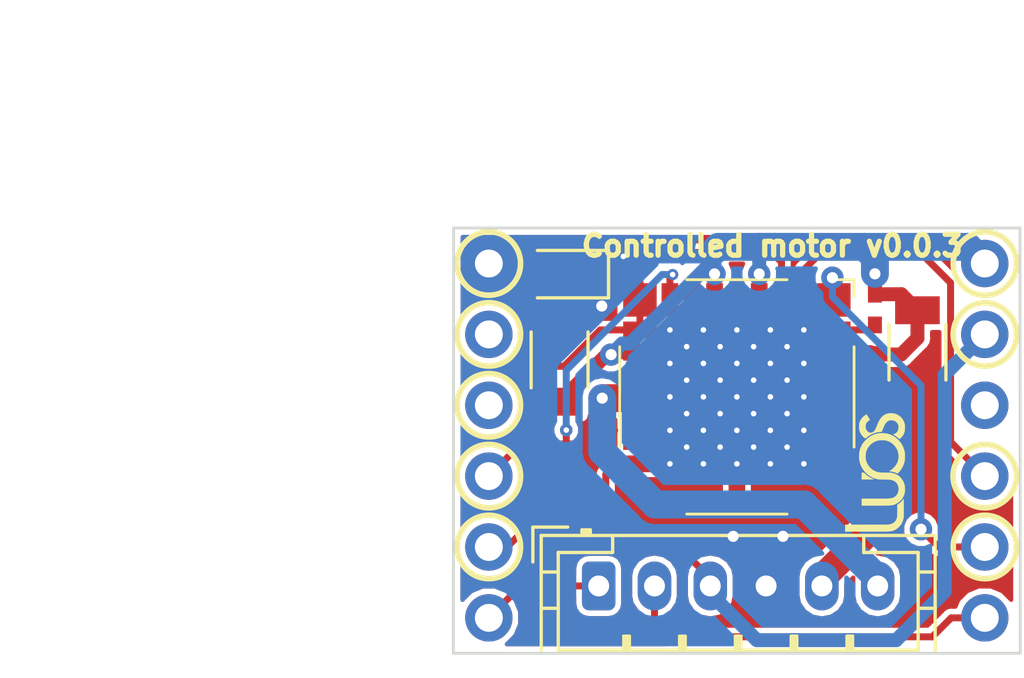
<source format=kicad_pcb>
(kicad_pcb (version 20171130) (host pcbnew "(5.0.1-3-g963ef8bb5)")

  (general
    (thickness 1.6)
    (drawings 12)
    (tracks 137)
    (zones 0)
    (modules 12)
    (nets 19)
  )

  (page A4)
  (layers
    (0 F.Cu signal)
    (31 B.Cu signal)
    (32 B.Adhes user hide)
    (33 F.Adhes user hide)
    (34 B.Paste user hide)
    (35 F.Paste user hide)
    (36 B.SilkS user hide)
    (37 F.SilkS user)
    (38 B.Mask user hide)
    (39 F.Mask user hide)
    (40 Dwgs.User user hide)
    (41 Cmts.User user hide)
    (42 Eco1.User user hide)
    (43 Eco2.User user hide)
    (44 Edge.Cuts user)
    (45 Margin user hide)
    (46 B.CrtYd user hide)
    (47 F.CrtYd user hide)
    (48 B.Fab user hide)
    (49 F.Fab user)
  )

  (setup
    (last_trace_width 0.5)
    (user_trace_width 0.25)
    (user_trace_width 0.5)
    (user_trace_width 1)
    (trace_clearance 0.2)
    (zone_clearance 0.2)
    (zone_45_only no)
    (trace_min 0.2)
    (segment_width 0.2)
    (edge_width 0.15)
    (via_size 0.4)
    (via_drill 0.2)
    (via_min_size 0.4)
    (via_min_drill 0.2)
    (user_via 0.45 0.2)
    (user_via 0.8 0.4)
    (uvia_size 0.3)
    (uvia_drill 0.1)
    (uvias_allowed no)
    (uvia_min_size 0.2)
    (uvia_min_drill 0.1)
    (pcb_text_width 0.3)
    (pcb_text_size 1.5 1.5)
    (mod_edge_width 0.15)
    (mod_text_size 1 1)
    (mod_text_width 0.15)
    (pad_size 1.524 1.524)
    (pad_drill 0.762)
    (pad_to_mask_clearance 0.2)
    (solder_mask_min_width 0.25)
    (aux_axis_origin 0 0)
    (grid_origin 145.017501 87.885001)
    (visible_elements 7FFFFF7F)
    (pcbplotparams
      (layerselection 0x010fc_ffffffff)
      (usegerberextensions false)
      (usegerberattributes false)
      (usegerberadvancedattributes false)
      (creategerberjobfile false)
      (excludeedgelayer true)
      (linewidth 0.100000)
      (plotframeref false)
      (viasonmask false)
      (mode 1)
      (useauxorigin false)
      (hpglpennumber 1)
      (hpglpenspeed 20)
      (hpglpendiameter 15.000000)
      (psnegative false)
      (psa4output false)
      (plotreference true)
      (plotvalue true)
      (plotinvisibletext false)
      (padsonsilk false)
      (subtractmaskfromsilk false)
      (outputformat 1)
      (mirror false)
      (drillshape 0)
      (scaleselection 1)
      (outputdirectory "Controlled_motor_v0.0.2/"))
  )

  (net 0 "")
  (net 1 +3V3)
  (net 2 +BATT)
  (net 3 /PWM2)
  (net 4 /PWM1)
  (net 5 GND)
  (net 6 /FB)
  (net 7 /B)
  (net 8 /EN\SLEW)
  (net 9 /A)
  (net 10 "Net-(R1-Pad1)")
  (net 11 "Net-(J2-Pad5)")
  (net 12 "Net-(J2-Pad6)")
  (net 13 "Net-(C2-Pad2)")
  (net 14 "Net-(U1-Pad7)")
  (net 15 "Net-(U1-Pad21)")
  (net 16 "Net-(J1-Pad4)")
  (net 17 "Net-(J1-Pad9)")
  (net 18 "Net-(J1-Pad8)")

  (net_class Default "Ceci est la Netclass par défaut."
    (clearance 0.2)
    (trace_width 0.25)
    (via_dia 0.4)
    (via_drill 0.2)
    (uvia_dia 0.3)
    (uvia_drill 0.1)
    (add_net +3V3)
    (add_net +BATT)
    (add_net /A)
    (add_net /B)
    (add_net /EN\SLEW)
    (add_net /FB)
    (add_net /PWM1)
    (add_net /PWM2)
    (add_net GND)
    (add_net "Net-(C2-Pad2)")
    (add_net "Net-(J1-Pad4)")
    (add_net "Net-(J1-Pad8)")
    (add_net "Net-(J1-Pad9)")
    (add_net "Net-(J2-Pad5)")
    (add_net "Net-(J2-Pad6)")
    (add_net "Net-(R1-Pad1)")
    (add_net "Net-(U1-Pad21)")
    (add_net "Net-(U1-Pad7)")
  )

  (net_class POWER ""
    (clearance 0.2)
    (trace_width 1)
    (via_dia 0.8)
    (via_drill 0.4)
    (uvia_dia 0.3)
    (uvia_drill 0.1)
  )

  (module Common_Footprint:D_SOD-323F (layer F.Cu) (tedit 5D513BB9) (tstamp 5E8B86A1)
    (at 130.031501 83.186001 180)
    (descr "SOD-323F http://www.nxp.com/documents/outline_drawing/SOD323F.pdf")
    (tags SOD-323F)
    (path /5E8B9C4D)
    (attr smd)
    (fp_text reference D1 (at 0 -1.85 180) (layer F.SilkS) hide
      (effects (font (size 1 1) (thickness 0.15)))
    )
    (fp_text value D_Zener (at 0.1 1.9 180) (layer F.Fab) hide
      (effects (font (size 1 1) (thickness 0.15)))
    )
    (fp_line (start -1.5 -0.85) (end 1.05 -0.85) (layer F.SilkS) (width 0.12))
    (fp_line (start -1.5 0.85) (end 1.05 0.85) (layer F.SilkS) (width 0.12))
    (fp_line (start -1.6 -0.95) (end -1.6 0.95) (layer F.CrtYd) (width 0.05))
    (fp_line (start -1.6 0.95) (end 1.6 0.95) (layer F.CrtYd) (width 0.05))
    (fp_line (start 1.6 -0.95) (end 1.6 0.95) (layer F.CrtYd) (width 0.05))
    (fp_line (start -1.6 -0.95) (end 1.6 -0.95) (layer F.CrtYd) (width 0.05))
    (fp_line (start -0.9 -0.7) (end 0.9 -0.7) (layer F.Fab) (width 0.1))
    (fp_line (start 0.9 -0.7) (end 0.9 0.7) (layer F.Fab) (width 0.1))
    (fp_line (start 0.9 0.7) (end -0.9 0.7) (layer F.Fab) (width 0.1))
    (fp_line (start -0.9 0.7) (end -0.9 -0.7) (layer F.Fab) (width 0.1))
    (fp_line (start -0.3 -0.35) (end -0.3 0.35) (layer F.Fab) (width 0.1))
    (fp_line (start -0.3 0) (end -0.5 0) (layer F.Fab) (width 0.1))
    (fp_line (start -0.3 0) (end 0.2 -0.35) (layer F.Fab) (width 0.1))
    (fp_line (start 0.2 -0.35) (end 0.2 0.35) (layer F.Fab) (width 0.1))
    (fp_line (start 0.2 0.35) (end -0.3 0) (layer F.Fab) (width 0.1))
    (fp_line (start 0.2 0) (end 0.45 0) (layer F.Fab) (width 0.1))
    (fp_line (start -1.5 -0.85) (end -1.5 0.85) (layer F.SilkS) (width 0.12))
    (fp_text user %R (at 0 -1.016 180) (layer F.Fab)
      (effects (font (size 0.4 0.4) (thickness 0.1)))
    )
    (pad 2 smd rect (at 1.1 0 180) (size 0.5 0.5) (layers F.Cu F.Paste F.Mask)
      (net 5 GND))
    (pad 1 smd rect (at -1.1 0 180) (size 0.5 0.5) (layers F.Cu F.Paste F.Mask)
      (net 2 +BATT))
    (model ${KISYS3DMOD}/SOD-323F.STEP
      (offset (xyz -1.099999983479657 0 0))
      (scale (xyz 1 1 1))
      (rotate (xyz 0 0 0))
    )
  )

  (module Common_Footprint:l0_Shield_Socket (layer F.Cu) (tedit 5C657850) (tstamp 5AB40542)
    (at 136.130001 89.155001)
    (path /5A859A26)
    (fp_text reference J1 (at 0 0.5) (layer F.SilkS) hide
      (effects (font (size 1 1) (thickness 0.15)))
    )
    (fp_text value l0_Socket (at 0 -0.5) (layer F.Fab) hide
      (effects (font (size 1 1) (thickness 0.15)))
    )
    (fp_line (start -10.15 -7.625) (end -10.16 7.62) (layer Edge.Cuts) (width 0.1))
    (fp_line (start -10.15 -7.625) (end 10.15 -7.625) (layer Edge.Cuts) (width 0.1))
    (fp_line (start -10.16 7.62) (end 10.16 7.62) (layer Edge.Cuts) (width 0.1))
    (fp_line (start 10.15 -7.625) (end 10.16 7.62) (layer Edge.Cuts) (width 0.1))
    (pad 5 thru_hole circle (at 8.8875 -3.81 270) (size 1.7 1.7) (drill 1) (layers *.Cu *.Mask)
      (net 1 +3V3))
    (pad 6 thru_hole circle (at 8.8875 -6.35 270) (size 1.7 1.7) (drill 1) (layers *.Cu *.Mask)
      (net 2 +BATT))
    (pad 2 thru_hole circle (at 8.8875 3.81 270) (size 1.7 1.7) (drill 1) (layers *.Cu *.Mask)
      (net 4 /PWM1))
    (pad 4 thru_hole circle (at 8.8875 -1.27 270) (size 1.7 1.7) (drill 1) (layers *.Cu *.Mask)
      (net 16 "Net-(J1-Pad4)"))
    (pad 1 thru_hole circle (at 8.8875 6.35 270) (size 1.7 1.7) (drill 1) (layers *.Cu *.Mask)
      (net 7 /B))
    (pad 7 thru_hole circle (at -8.8875 -6.35 270) (size 1.7 1.7) (drill 1) (layers *.Cu *.Mask)
      (net 5 GND))
    (pad 11 thru_hole circle (at -8.8875 3.81 270) (size 1.7 1.7) (drill 1) (layers *.Cu *.Mask)
      (net 6 /FB))
    (pad 9 thru_hole circle (at -8.8875 -1.27 270) (size 1.7 1.7) (drill 1) (layers *.Cu *.Mask)
      (net 17 "Net-(J1-Pad9)"))
    (pad 3 thru_hole circle (at 8.8875 1.27 270) (size 1.7 1.7) (drill 1) (layers *.Cu *.Mask)
      (net 3 /PWM2))
    (pad 10 thru_hole circle (at -8.8875 1.27 270) (size 1.7 1.7) (drill 1) (layers *.Cu *.Mask)
      (net 8 /EN\SLEW))
    (pad 12 thru_hole circle (at -8.8875 6.35 270) (size 1.7 1.7) (drill 1) (layers *.Cu *.Mask)
      (net 9 /A))
    (pad 8 thru_hole circle (at -8.8875 -3.81 270) (size 1.7 1.7) (drill 1) (layers *.Cu *.Mask)
      (net 18 "Net-(J1-Pad8)"))
  )

  (module Common_Footprint:JST_PH_B6B-PH-K_1x06_P2.00mm_Vertical (layer F.Cu) (tedit 5C9B407E) (tstamp 5BE9C1D9)
    (at 131.179501 94.362001)
    (descr "JST PH series connector, B6B-PH-K (http://www.jst-mfg.com/product/pdf/eng/ePH.pdf), generated with kicad-footprint-generator")
    (tags "connector JST PH side entry")
    (path /5BED6F4A)
    (fp_text reference J2 (at 5 -2.9) (layer F.SilkS) hide
      (effects (font (size 1 1) (thickness 0.15)))
    )
    (fp_text value Header6Contacts (at 5 4) (layer F.Fab) hide
      (effects (font (size 1 1) (thickness 0.15)))
    )
    (fp_circle (center -1.27 -1.016) (end -1.016 -0.762) (layer F.Fab) (width 0.1))
    (fp_text user %R (at 5 1.5) (layer F.Fab)
      (effects (font (size 1 1) (thickness 0.15)))
    )
    (fp_line (start 12.45 -2.2) (end -2.45 -2.2) (layer F.CrtYd) (width 0.05))
    (fp_line (start 12.45 3.3) (end 12.45 -2.2) (layer F.CrtYd) (width 0.05))
    (fp_line (start -2.45 3.3) (end 12.45 3.3) (layer F.CrtYd) (width 0.05))
    (fp_line (start -2.45 -2.2) (end -2.45 3.3) (layer F.CrtYd) (width 0.05))
    (fp_line (start 11.95 -1.7) (end -1.95 -1.7) (layer F.Fab) (width 0.1))
    (fp_line (start 11.95 2.8) (end 11.95 -1.7) (layer F.Fab) (width 0.1))
    (fp_line (start -1.95 2.8) (end 11.95 2.8) (layer F.Fab) (width 0.1))
    (fp_line (start -1.95 -1.7) (end -1.95 2.8) (layer F.Fab) (width 0.1))
    (fp_line (start -2.36 -2.11) (end -2.36 -0.86) (layer F.Fab) (width 0.1))
    (fp_line (start -1.11 -2.11) (end -2.36 -2.11) (layer F.Fab) (width 0.1))
    (fp_line (start -2.36 -2.11) (end -2.36 -0.86) (layer F.SilkS) (width 0.12))
    (fp_line (start -1.11 -2.11) (end -2.36 -2.11) (layer F.SilkS) (width 0.12))
    (fp_line (start 9 2.3) (end 9 1.8) (layer F.SilkS) (width 0.12))
    (fp_line (start 9.1 1.8) (end 9.1 2.3) (layer F.SilkS) (width 0.12))
    (fp_line (start 8.9 1.8) (end 9.1 1.8) (layer F.SilkS) (width 0.12))
    (fp_line (start 8.9 2.3) (end 8.9 1.8) (layer F.SilkS) (width 0.12))
    (fp_line (start 7 2.3) (end 7 1.8) (layer F.SilkS) (width 0.12))
    (fp_line (start 7.1 1.8) (end 7.1 2.3) (layer F.SilkS) (width 0.12))
    (fp_line (start 6.9 1.8) (end 7.1 1.8) (layer F.SilkS) (width 0.12))
    (fp_line (start 6.9 2.3) (end 6.9 1.8) (layer F.SilkS) (width 0.12))
    (fp_line (start 5 2.3) (end 5 1.8) (layer F.SilkS) (width 0.12))
    (fp_line (start 5.1 1.8) (end 5.1 2.3) (layer F.SilkS) (width 0.12))
    (fp_line (start 4.9 1.8) (end 5.1 1.8) (layer F.SilkS) (width 0.12))
    (fp_line (start 4.9 2.3) (end 4.9 1.8) (layer F.SilkS) (width 0.12))
    (fp_line (start 3 2.3) (end 3 1.8) (layer F.SilkS) (width 0.12))
    (fp_line (start 3.1 1.8) (end 3.1 2.3) (layer F.SilkS) (width 0.12))
    (fp_line (start 2.9 1.8) (end 3.1 1.8) (layer F.SilkS) (width 0.12))
    (fp_line (start 2.9 2.3) (end 2.9 1.8) (layer F.SilkS) (width 0.12))
    (fp_line (start 1 2.3) (end 1 1.8) (layer F.SilkS) (width 0.12))
    (fp_line (start 1.1 1.8) (end 1.1 2.3) (layer F.SilkS) (width 0.12))
    (fp_line (start 0.9 1.8) (end 1.1 1.8) (layer F.SilkS) (width 0.12))
    (fp_line (start 0.9 2.3) (end 0.9 1.8) (layer F.SilkS) (width 0.12))
    (fp_line (start 12.06 0.8) (end 11.45 0.8) (layer F.SilkS) (width 0.12))
    (fp_line (start 12.06 -0.5) (end 11.45 -0.5) (layer F.SilkS) (width 0.12))
    (fp_line (start -2.06 0.8) (end -1.45 0.8) (layer F.SilkS) (width 0.12))
    (fp_line (start -2.06 -0.5) (end -1.45 -0.5) (layer F.SilkS) (width 0.12))
    (fp_line (start 9.5 -1.2) (end 9.5 -1.81) (layer F.SilkS) (width 0.12))
    (fp_line (start 11.45 -1.2) (end 9.5 -1.2) (layer F.SilkS) (width 0.12))
    (fp_line (start 11.45 2.3) (end 11.45 -1.2) (layer F.SilkS) (width 0.12))
    (fp_line (start -1.45 2.3) (end 11.45 2.3) (layer F.SilkS) (width 0.12))
    (fp_line (start -1.45 -1.2) (end -1.45 2.3) (layer F.SilkS) (width 0.12))
    (fp_line (start 0.5 -1.2) (end -1.45 -1.2) (layer F.SilkS) (width 0.12))
    (fp_line (start 0.5 -1.81) (end 0.5 -1.2) (layer F.SilkS) (width 0.12))
    (fp_line (start -0.3 -1.91) (end -0.6 -1.91) (layer F.SilkS) (width 0.12))
    (fp_line (start -0.6 -2.01) (end -0.6 -1.81) (layer F.SilkS) (width 0.12))
    (fp_line (start -0.3 -2.01) (end -0.6 -2.01) (layer F.SilkS) (width 0.12))
    (fp_line (start -0.3 -1.81) (end -0.3 -2.01) (layer F.SilkS) (width 0.12))
    (fp_line (start 12.06 -1.81) (end -2.06 -1.81) (layer F.SilkS) (width 0.12))
    (fp_line (start 12.06 2.31) (end 12.06 -1.81) (layer F.SilkS) (width 0.12))
    (fp_line (start -2.06 -1.81) (end -2.06 2.31) (layer F.SilkS) (width 0.12))
    (pad 6 thru_hole oval (at 10 0) (size 1.2 1.75) (drill 0.75) (layers *.Cu *.Mask)
      (net 12 "Net-(J2-Pad6)"))
    (pad 5 thru_hole oval (at 8 0) (size 1.2 1.75) (drill 0.75) (layers *.Cu *.Mask)
      (net 11 "Net-(J2-Pad5)"))
    (pad 4 thru_hole oval (at 6 0) (size 1.2 1.75) (drill 0.75) (layers *.Cu *.Mask)
      (net 5 GND))
    (pad 3 thru_hole oval (at 4 0) (size 1.2 1.75) (drill 0.75) (layers *.Cu *.Mask)
      (net 1 +3V3))
    (pad 2 thru_hole oval (at 2 0) (size 1.2 1.75) (drill 0.75) (layers *.Cu *.Mask)
      (net 7 /B))
    (pad 1 thru_hole roundrect (at 0 0) (size 1.2 1.75) (drill 0.75) (layers *.Cu *.Mask) (roundrect_rratio 0.208333)
      (net 9 /A))
    (model ${KISYS3DMOD}/B6B-PH-K-S.STEP
      (offset (xyz 18.9 -2.8 0))
      (scale (xyz 1 1 1))
      (rotate (xyz -90 0 180))
    )
  )

  (module Common_Footprint:32-PIN_PQFN (layer F.Cu) (tedit 5C9A5849) (tstamp 5C9AA94E)
    (at 136.132501 87.585001 270)
    (path /5BE98946)
    (fp_text reference U1 (at 0 0 270) (layer F.Fab)
      (effects (font (size 1 1) (thickness 0.15)))
    )
    (fp_text value MC33926 (at 0.2 5.8 270) (layer F.Fab) hide
      (effects (font (size 1 1) (thickness 0.15)))
    )
    (fp_circle (center -3.4 -3.4) (end -3.2 -3.2) (layer F.Fab) (width 0.1))
    (fp_line (start -4.2 -4.2) (end -3.6 -4.2) (layer F.SilkS) (width 0.1))
    (fp_line (start -4.2 -3.6) (end -4.2 -4.2) (layer F.SilkS) (width 0.1))
    (fp_line (start -1.8 -4.2) (end 1.8 -4.2) (layer F.SilkS) (width 0.1))
    (fp_line (start -4.2 1.8) (end -4.2 -1.8) (layer F.SilkS) (width 0.1))
    (fp_line (start 1.8 4.2) (end -1.8 4.2) (layer F.SilkS) (width 0.1))
    (fp_line (start 4.2 -1.8) (end 4.2 1.8) (layer F.SilkS) (width 0.1))
    (fp_line (start -4 4) (end -4 -4) (layer F.Fab) (width 0.1))
    (fp_line (start 4 4) (end -4 4) (layer F.Fab) (width 0.1))
    (fp_line (start 4 -4) (end 4 4) (layer F.Fab) (width 0.1))
    (fp_line (start -4 -4) (end 4 -4) (layer F.Fab) (width 0.1))
    (fp_line (start -4.2 4.2) (end -4.2 -4.2) (layer F.CrtYd) (width 0.1))
    (fp_line (start 4.2 4.2) (end -4.2 4.2) (layer F.CrtYd) (width 0.1))
    (fp_line (start 4.2 -4.2) (end 4.2 4.2) (layer F.CrtYd) (width 0.1))
    (fp_line (start -4.2 -4.2) (end 4.2 -4.2) (layer F.CrtYd) (width 0.1))
    (pad 33 thru_hole circle (at 1.2 2.4 270) (size 0.4 0.4) (drill 0.2) (layers *.Cu *.Mask)
      (net 5 GND))
    (pad 33 thru_hole circle (at 2.4 2.4 270) (size 0.4 0.4) (drill 0.2) (layers *.Cu *.Mask)
      (net 5 GND))
    (pad 33 thru_hole circle (at -2.4 2.4 270) (size 0.4 0.4) (drill 0.2) (layers *.Cu *.Mask)
      (net 5 GND))
    (pad 33 thru_hole circle (at -1.2 2.4 270) (size 0.4 0.4) (drill 0.2) (layers *.Cu *.Mask)
      (net 5 GND))
    (pad 33 thru_hole circle (at 0.6 1.8 270) (size 0.4 0.4) (drill 0.2) (layers *.Cu *.Mask)
      (net 5 GND))
    (pad 33 thru_hole circle (at -1.8 1.8 270) (size 0.4 0.4) (drill 0.2) (layers *.Cu *.Mask)
      (net 5 GND))
    (pad 33 thru_hole circle (at 1.8 1.8 270) (size 0.4 0.4) (drill 0.2) (layers *.Cu *.Mask)
      (net 5 GND))
    (pad 33 thru_hole circle (at -0.6 1.8 270) (size 0.4 0.4) (drill 0.2) (layers *.Cu *.Mask)
      (net 5 GND))
    (pad 33 thru_hole circle (at 2.4 1.2 270) (size 0.4 0.4) (drill 0.2) (layers *.Cu *.Mask)
      (net 5 GND))
    (pad 33 thru_hole circle (at -2.4 1.2 270) (size 0.4 0.4) (drill 0.2) (layers *.Cu *.Mask)
      (net 5 GND))
    (pad 33 thru_hole circle (at -1.2 1.2 270) (size 0.4 0.4) (drill 0.2) (layers *.Cu *.Mask)
      (net 5 GND))
    (pad 33 thru_hole circle (at 1.2 1.2 270) (size 0.4 0.4) (drill 0.2) (layers *.Cu *.Mask)
      (net 5 GND))
    (pad 33 thru_hole circle (at -1.8 0.6 270) (size 0.4 0.4) (drill 0.2) (layers *.Cu *.Mask)
      (net 5 GND))
    (pad 33 thru_hole circle (at 1.8 0.6 270) (size 0.4 0.4) (drill 0.2) (layers *.Cu *.Mask)
      (net 5 GND))
    (pad 33 thru_hole circle (at -0.6 0.6 270) (size 0.4 0.4) (drill 0.2) (layers *.Cu *.Mask)
      (net 5 GND))
    (pad 33 thru_hole circle (at 0.6 0.6 270) (size 0.4 0.4) (drill 0.2) (layers *.Cu *.Mask)
      (net 5 GND))
    (pad 33 thru_hole circle (at 2.4 -2.4 270) (size 0.4 0.4) (drill 0.2) (layers *.Cu *.Mask)
      (net 5 GND))
    (pad 33 thru_hole circle (at -2.4 -2.4 270) (size 0.4 0.4) (drill 0.2) (layers *.Cu *.Mask)
      (net 5 GND))
    (pad 33 thru_hole circle (at -1.2 -2.4 270) (size 0.4 0.4) (drill 0.2) (layers *.Cu *.Mask)
      (net 5 GND))
    (pad 33 thru_hole circle (at 1.2 -2.4 270) (size 0.4 0.4) (drill 0.2) (layers *.Cu *.Mask)
      (net 5 GND))
    (pad 33 thru_hole circle (at -1.8 -1.8 270) (size 0.4 0.4) (drill 0.2) (layers *.Cu *.Mask)
      (net 5 GND))
    (pad 33 thru_hole circle (at -0.6 -1.8 270) (size 0.4 0.4) (drill 0.2) (layers *.Cu *.Mask)
      (net 5 GND))
    (pad 33 thru_hole circle (at 0.6 -1.8 270) (size 0.4 0.4) (drill 0.2) (layers *.Cu *.Mask)
      (net 5 GND))
    (pad 33 thru_hole circle (at 1.8 -1.8 270) (size 0.4 0.4) (drill 0.2) (layers *.Cu *.Mask)
      (net 5 GND))
    (pad 33 thru_hole circle (at -2.4 -1.2 270) (size 0.4 0.4) (drill 0.2) (layers *.Cu *.Mask)
      (net 5 GND))
    (pad 33 thru_hole circle (at -1.2 -1.2 270) (size 0.4 0.4) (drill 0.2) (layers *.Cu *.Mask)
      (net 5 GND))
    (pad 33 thru_hole circle (at 1.2 -1.2 270) (size 0.4 0.4) (drill 0.2) (layers *.Cu *.Mask)
      (net 5 GND))
    (pad 33 thru_hole circle (at 2.4 -1.2 270) (size 0.4 0.4) (drill 0.2) (layers *.Cu *.Mask)
      (net 5 GND))
    (pad 33 thru_hole circle (at -1.8 -0.6 270) (size 0.4 0.4) (drill 0.2) (layers *.Cu *.Mask)
      (net 5 GND))
    (pad 33 thru_hole circle (at -0.6 -0.6 270) (size 0.4 0.4) (drill 0.2) (layers *.Cu *.Mask)
      (net 5 GND))
    (pad 33 thru_hole circle (at 0.6 -0.6 270) (size 0.4 0.4) (drill 0.2) (layers *.Cu *.Mask)
      (net 5 GND))
    (pad 33 thru_hole circle (at 1.8 -0.6 270) (size 0.4 0.4) (drill 0.2) (layers *.Cu *.Mask)
      (net 5 GND))
    (pad 33 thru_hole circle (at 0 -2.4 270) (size 0.4 0.4) (drill 0.2) (layers *.Cu *.Mask)
      (net 5 GND))
    (pad 33 thru_hole circle (at 0 -1.2 270) (size 0.4 0.4) (drill 0.2) (layers *.Cu *.Mask)
      (net 5 GND))
    (pad 33 thru_hole circle (at 0 2.4 270) (size 0.4 0.4) (drill 0.2) (layers *.Cu *.Mask)
      (net 5 GND))
    (pad 33 thru_hole circle (at 0 1.2 270) (size 0.4 0.4) (drill 0.2) (layers *.Cu *.Mask)
      (net 5 GND))
    (pad 33 thru_hole circle (at -2.4 0 270) (size 0.4 0.4) (drill 0.2) (layers *.Cu *.Mask)
      (net 5 GND))
    (pad 33 thru_hole circle (at -1.2 0 270) (size 0.4 0.4) (drill 0.2) (layers *.Cu *.Mask)
      (net 5 GND))
    (pad 33 thru_hole circle (at 0 0 270) (size 0.4 0.4) (drill 0.2) (layers *.Cu *.Mask)
      (net 5 GND))
    (pad 33 thru_hole circle (at 1.2 0 270) (size 0.4 0.4) (drill 0.2) (layers *.Cu *.Mask)
      (net 5 GND))
    (pad 33 thru_hole circle (at 2.4 0 270) (size 0.4 0.4) (drill 0.2) (layers *.Cu *.Mask)
      (net 5 GND))
    (pad 33 smd rect (at 0 0 270) (size 5.2 5.2) (layers F.Cu F.Paste F.Mask)
      (net 5 GND))
    (pad 26 smd rect (at 2.4 -3.475 180) (size 1.2 0.6) (layers F.Cu F.Paste F.Mask)
      (net 5 GND))
    (pad 27 smd rect (at 1.6 -3.475 180) (size 1.2 0.6) (layers F.Cu F.Paste F.Mask)
      (net 11 "Net-(J2-Pad5)"))
    (pad 28 smd rect (at 0.8 -3.475 180) (size 1.2 0.6) (layers F.Cu F.Paste F.Mask)
      (net 11 "Net-(J2-Pad5)"))
    (pad 29 smd rect (at 0 -3.475 180) (size 1.2 0.6) (layers F.Cu F.Paste F.Mask)
      (net 11 "Net-(J2-Pad5)"))
    (pad 30 smd rect (at -0.8 -3.475 180) (size 1.2 0.6) (layers F.Cu F.Paste F.Mask)
      (net 11 "Net-(J2-Pad5)"))
    (pad 31 smd rect (at -1.6 -3.475 180) (size 1.2 0.6) (layers F.Cu F.Paste F.Mask)
      (net 2 +BATT))
    (pad 32 smd rect (at -2.4 -3.475 180) (size 1.2 0.6) (layers F.Cu F.Paste F.Mask)
      (net 13 "Net-(C2-Pad2)"))
    (pad 18 smd rect (at 3.475 2.4 270) (size 1.2 0.6) (layers F.Cu F.Paste F.Mask)
      (net 5 GND))
    (pad 19 smd rect (at 3.475 1.6 270) (size 1.2 0.6) (layers F.Cu F.Paste F.Mask)
      (net 5 GND))
    (pad 20 smd rect (at 3.475 0.8 270) (size 1.2 0.6) (layers F.Cu F.Paste F.Mask)
      (net 5 GND))
    (pad 21 smd rect (at 3.475 0 270) (size 1.2 0.6) (layers F.Cu F.Paste F.Mask)
      (net 15 "Net-(U1-Pad21)"))
    (pad 22 smd rect (at 3.475 -0.8 270) (size 1.2 0.6) (layers F.Cu F.Paste F.Mask)
      (net 5 GND))
    (pad 23 smd rect (at 3.475 -1.6 270) (size 1.2 0.6) (layers F.Cu F.Paste F.Mask)
      (net 5 GND))
    (pad 24 smd rect (at 3.475 -2.4 270) (size 1.2 0.6) (layers F.Cu F.Paste F.Mask)
      (net 5 GND))
    (pad 10 smd rect (at -2.4 3.475 180) (size 1.2 0.6) (layers F.Cu F.Paste F.Mask)
      (net 8 /EN\SLEW))
    (pad 11 smd rect (at -1.6 3.475 180) (size 1.2 0.6) (layers F.Cu F.Paste F.Mask)
      (net 2 +BATT))
    (pad 12 smd rect (at -0.8 3.475 180) (size 1.2 0.6) (layers F.Cu F.Paste F.Mask)
      (net 12 "Net-(J2-Pad6)"))
    (pad 13 smd rect (at 0 3.475 180) (size 1.2 0.6) (layers F.Cu F.Paste F.Mask)
      (net 12 "Net-(J2-Pad6)"))
    (pad 14 smd rect (at 0.8 3.475 180) (size 1.2 0.6) (layers F.Cu F.Paste F.Mask)
      (net 12 "Net-(J2-Pad6)"))
    (pad 15 smd rect (at 1.6 3.475 180) (size 1.2 0.6) (layers F.Cu F.Paste F.Mask)
      (net 12 "Net-(J2-Pad6)"))
    (pad 16 smd rect (at 2.4 3.475 180) (size 1.2 0.6) (layers F.Cu F.Paste F.Mask)
      (net 1 +3V3))
    (pad 8 smd rect (at -3.475 2.4 270) (size 1.2 0.6) (layers F.Cu F.Paste F.Mask)
      (net 10 "Net-(R1-Pad1)"))
    (pad 7 smd rect (at -3.475 1.6 270) (size 1.2 0.6) (layers F.Cu F.Paste F.Mask)
      (net 14 "Net-(U1-Pad7)"))
    (pad 6 smd rect (at -3.475 0.8 270) (size 1.2 0.6) (layers F.Cu F.Paste F.Mask)
      (net 2 +BATT))
    (pad 5 smd rect (at -3.475 0 270) (size 1.2 0.6) (layers F.Cu F.Paste F.Mask)
      (net 5 GND))
    (pad 4 smd rect (at -3.475 -0.8 270) (size 1.2 0.6) (layers F.Cu F.Paste F.Mask)
      (net 2 +BATT))
    (pad 3 smd rect (at -3.475 -1.6 270) (size 1.2 0.6) (layers F.Cu F.Paste F.Mask)
      (net 8 /EN\SLEW))
    (pad 2 smd rect (at -3.475 -2.4 270) (size 1.2 0.6) (layers F.Cu F.Paste F.Mask)
      (net 3 /PWM2))
    (pad 25 smd rect (at 3.475 -3.475 270) (size 1.2 1.2) (layers F.Cu F.Paste F.Mask)
      (net 5 GND))
    (pad 17 smd rect (at 3.475 3.475 270) (size 1.2 1.2) (layers F.Cu F.Paste F.Mask)
      (net 5 GND))
    (pad 9 smd rect (at -3.475 3.475 270) (size 1.2 1.2) (layers F.Cu F.Paste F.Mask)
      (net 8 /EN\SLEW))
    (pad 1 smd rect (at -3.475 -3.475 270) (size 1.2 1.2) (layers F.Cu F.Paste F.Mask)
      (net 4 /PWM1))
    (model ${KISYS3DMOD}/PQFN32-8X8X2-1MM.step
      (offset (xyz 4 -3 0))
      (scale (xyz 1 1 1))
      (rotate (xyz 0 0 0))
    )
  )

  (module Common_Footprint:C_1206 (layer F.Cu) (tedit 5C9A6491) (tstamp 5C9A71D2)
    (at 142.604501 85.980001 270)
    (descr "Capacitor SMD 1206, reflow soldering, AVX (see smccp.pdf)")
    (tags "capacitor 1206")
    (path /5BEC6D8B)
    (attr smd)
    (fp_text reference C4 (at 0 -1.75 270) (layer F.Fab) hide
      (effects (font (size 1 1) (thickness 0.15)))
    )
    (fp_text value 47uf (at 0 2 270) (layer F.Fab) hide
      (effects (font (size 1 1) (thickness 0.15)))
    )
    (fp_line (start 2.25 1.05) (end -2.25 1.05) (layer F.CrtYd) (width 0.05))
    (fp_line (start 2.25 1.05) (end 2.25 -1.05) (layer F.CrtYd) (width 0.05))
    (fp_line (start -2.25 -1.05) (end -2.25 1.05) (layer F.CrtYd) (width 0.05))
    (fp_line (start -2.25 -1.05) (end 2.25 -1.05) (layer F.CrtYd) (width 0.05))
    (fp_line (start -1 1.02) (end 1 1.02) (layer F.SilkS) (width 0.12))
    (fp_line (start 1 -1.02) (end -1 -1.02) (layer F.SilkS) (width 0.12))
    (fp_line (start -1.6 -0.8) (end 1.6 -0.8) (layer F.Fab) (width 0.1))
    (fp_line (start 1.6 -0.8) (end 1.6 0.8) (layer F.Fab) (width 0.1))
    (fp_line (start 1.6 0.8) (end -1.6 0.8) (layer F.Fab) (width 0.1))
    (fp_line (start -1.6 0.8) (end -1.6 -0.8) (layer F.Fab) (width 0.1))
    (fp_text user %R (at 0 0 270) (layer F.Fab)
      (effects (font (size 1 1) (thickness 0.15)))
    )
    (pad 2 smd rect (at 1.5 0 270) (size 1 1.6) (layers F.Cu F.Paste F.Mask)
      (net 5 GND))
    (pad 1 smd rect (at -1.5 0 270) (size 1 1.6) (layers F.Cu F.Paste F.Mask)
      (net 2 +BATT))
    (model "${KISYS3DMOD}/1206 SMD Resistor.step"
      (at (xyz 0 0 0))
      (scale (xyz 1 1 1))
      (rotate (xyz 0 0 0))
    )
  )

  (module Common_Footprint:C_1206 (layer F.Cu) (tedit 5C9A6491) (tstamp 5E8B8D87)
    (at 129.777501 86.258001 90)
    (descr "Capacitor SMD 1206, reflow soldering, AVX (see smccp.pdf)")
    (tags "capacitor 1206")
    (path /5BECA966)
    (attr smd)
    (fp_text reference C5 (at 0 -1.75 90) (layer F.Fab) hide
      (effects (font (size 1 1) (thickness 0.15)))
    )
    (fp_text value 47uf (at 0 2 90) (layer F.Fab) hide
      (effects (font (size 1 1) (thickness 0.15)))
    )
    (fp_line (start 2.25 1.05) (end -2.25 1.05) (layer F.CrtYd) (width 0.05))
    (fp_line (start 2.25 1.05) (end 2.25 -1.05) (layer F.CrtYd) (width 0.05))
    (fp_line (start -2.25 -1.05) (end -2.25 1.05) (layer F.CrtYd) (width 0.05))
    (fp_line (start -2.25 -1.05) (end 2.25 -1.05) (layer F.CrtYd) (width 0.05))
    (fp_line (start -1 1.02) (end 1 1.02) (layer F.SilkS) (width 0.12))
    (fp_line (start 1 -1.02) (end -1 -1.02) (layer F.SilkS) (width 0.12))
    (fp_line (start -1.6 -0.8) (end 1.6 -0.8) (layer F.Fab) (width 0.1))
    (fp_line (start 1.6 -0.8) (end 1.6 0.8) (layer F.Fab) (width 0.1))
    (fp_line (start 1.6 0.8) (end -1.6 0.8) (layer F.Fab) (width 0.1))
    (fp_line (start -1.6 0.8) (end -1.6 -0.8) (layer F.Fab) (width 0.1))
    (fp_text user %R (at 0 0 90) (layer F.Fab)
      (effects (font (size 1 1) (thickness 0.15)))
    )
    (pad 2 smd rect (at 1.5 0 90) (size 1 1.6) (layers F.Cu F.Paste F.Mask)
      (net 5 GND))
    (pad 1 smd rect (at -1.5 0 90) (size 1 1.6) (layers F.Cu F.Paste F.Mask)
      (net 2 +BATT))
    (model "${KISYS3DMOD}/1206 SMD Resistor.step"
      (at (xyz 0 0 0))
      (scale (xyz 1 1 1))
      (rotate (xyz 0 0 0))
    )
  )

  (module Common_Footprint:C_0402_NoSilk (layer F.Cu) (tedit 5E8B679F) (tstamp 5BE9C228)
    (at 141.080501 86.615001 270)
    (descr "Capacitor SMD 0402, reflow soldering, AVX (see smccp.pdf)")
    (tags "capacitor 0402")
    (path /5BEC30F9)
    (attr smd)
    (fp_text reference C3 (at 2.6 -0.3 270) (layer F.SilkS) hide
      (effects (font (size 1 1) (thickness 0.15)))
    )
    (fp_text value 100nf (at 0 1.27 270) (layer F.Fab) hide
      (effects (font (size 1 1) (thickness 0.15)))
    )
    (fp_text user %R (at -0.01 0.01 270) (layer F.Fab)
      (effects (font (size 0.3 0.3) (thickness 0.075)))
    )
    (fp_line (start -0.5 0.25) (end -0.5 -0.25) (layer F.Fab) (width 0.1))
    (fp_line (start 0.5 0.25) (end -0.5 0.25) (layer F.Fab) (width 0.1))
    (fp_line (start 0.5 -0.25) (end 0.5 0.25) (layer F.Fab) (width 0.1))
    (fp_line (start -0.5 -0.25) (end 0.5 -0.25) (layer F.Fab) (width 0.1))
    (fp_line (start -1 -0.4) (end 1 -0.4) (layer F.CrtYd) (width 0.05))
    (fp_line (start -1 -0.4) (end -1 0.4) (layer F.CrtYd) (width 0.05))
    (fp_line (start 1 0.4) (end 1 -0.4) (layer F.CrtYd) (width 0.05))
    (fp_line (start 1 0.4) (end -1 0.4) (layer F.CrtYd) (width 0.05))
    (pad 1 smd rect (at -0.55 0 270) (size 0.6 0.5) (layers F.Cu F.Paste F.Mask)
      (net 2 +BATT))
    (pad 2 smd rect (at 0.55 0 270) (size 0.6 0.5) (layers F.Cu F.Paste F.Mask)
      (net 5 GND))
    (model "${KISYS3DMOD}/0402 SMD Capacitor.step"
      (at (xyz 0 0 0))
      (scale (xyz 1 1 1))
      (rotate (xyz -90 0 0))
    )
  )

  (module Common_Footprint:C_0402_NoSilk (layer F.Cu) (tedit 5E8B679F) (tstamp 5BE9C219)
    (at 141.080501 84.456001 270)
    (descr "Capacitor SMD 0402, reflow soldering, AVX (see smccp.pdf)")
    (tags "capacitor 0402")
    (path /5BEA6A79)
    (attr smd)
    (fp_text reference C2 (at 0 0 270) (layer F.SilkS) hide
      (effects (font (size 0.5 0.5) (thickness 0.125)))
    )
    (fp_text value 33nf (at 0 1.27 270) (layer F.Fab) hide
      (effects (font (size 1 1) (thickness 0.15)))
    )
    (fp_text user %R (at -0.01 0.01 270) (layer F.Fab)
      (effects (font (size 0.3 0.3) (thickness 0.075)))
    )
    (fp_line (start -0.5 0.25) (end -0.5 -0.25) (layer F.Fab) (width 0.1))
    (fp_line (start 0.5 0.25) (end -0.5 0.25) (layer F.Fab) (width 0.1))
    (fp_line (start 0.5 -0.25) (end 0.5 0.25) (layer F.Fab) (width 0.1))
    (fp_line (start -0.5 -0.25) (end 0.5 -0.25) (layer F.Fab) (width 0.1))
    (fp_line (start -1 -0.4) (end 1 -0.4) (layer F.CrtYd) (width 0.05))
    (fp_line (start -1 -0.4) (end -1 0.4) (layer F.CrtYd) (width 0.05))
    (fp_line (start 1 0.4) (end 1 -0.4) (layer F.CrtYd) (width 0.05))
    (fp_line (start 1 0.4) (end -1 0.4) (layer F.CrtYd) (width 0.05))
    (pad 1 smd rect (at -0.55 0 270) (size 0.6 0.5) (layers F.Cu F.Paste F.Mask)
      (net 2 +BATT))
    (pad 2 smd rect (at 0.55 0 270) (size 0.6 0.5) (layers F.Cu F.Paste F.Mask)
      (net 13 "Net-(C2-Pad2)"))
    (model "${KISYS3DMOD}/0402 SMD Capacitor.step"
      (at (xyz 0 0 0))
      (scale (xyz 1 1 1))
      (rotate (xyz -90 0 0))
    )
  )

  (module Common_Footprint:C_0402_NoSilk (layer F.Cu) (tedit 5E8B679F) (tstamp 5BE9C20A)
    (at 129.738501 91.675001)
    (descr "Capacitor SMD 0402, reflow soldering, AVX (see smccp.pdf)")
    (tags "capacitor 0402")
    (path /5BEA8F71)
    (attr smd)
    (fp_text reference C1 (at 0 -1.27) (layer F.SilkS) hide
      (effects (font (size 1 1) (thickness 0.15)))
    )
    (fp_text value 0.47uf (at 0 1.27) (layer F.Fab) hide
      (effects (font (size 1 1) (thickness 0.15)))
    )
    (fp_text user %R (at -0.01 0.01) (layer F.Fab)
      (effects (font (size 0.3 0.3) (thickness 0.075)))
    )
    (fp_line (start -0.5 0.25) (end -0.5 -0.25) (layer F.Fab) (width 0.1))
    (fp_line (start 0.5 0.25) (end -0.5 0.25) (layer F.Fab) (width 0.1))
    (fp_line (start 0.5 -0.25) (end 0.5 0.25) (layer F.Fab) (width 0.1))
    (fp_line (start -0.5 -0.25) (end 0.5 -0.25) (layer F.Fab) (width 0.1))
    (fp_line (start -1 -0.4) (end 1 -0.4) (layer F.CrtYd) (width 0.05))
    (fp_line (start -1 -0.4) (end -1 0.4) (layer F.CrtYd) (width 0.05))
    (fp_line (start 1 0.4) (end 1 -0.4) (layer F.CrtYd) (width 0.05))
    (fp_line (start 1 0.4) (end -1 0.4) (layer F.CrtYd) (width 0.05))
    (pad 1 smd rect (at -0.55 0) (size 0.6 0.5) (layers F.Cu F.Paste F.Mask)
      (net 6 /FB))
    (pad 2 smd rect (at 0.55 0) (size 0.6 0.5) (layers F.Cu F.Paste F.Mask)
      (net 5 GND))
    (model "${KISYS3DMOD}/0402 SMD Capacitor.step"
      (at (xyz 0 0 0))
      (scale (xyz 1 1 1))
      (rotate (xyz -90 0 0))
    )
  )

  (module Common_Footprint:R_0402_NoSilk (layer F.Cu) (tedit 5E8B6747) (tstamp 5BE9E48B)
    (at 129.566601 89.447101)
    (descr "Resistor SMD 0402, reflow soldering, Vishay (see dcrcw.pdf)")
    (tags "resistor 0402")
    (path /5BEA9219)
    (attr smd)
    (fp_text reference R2 (at 0 0) (layer F.Fab)
      (effects (font (size 0.25 0.25) (thickness 0.0625)))
    )
    (fp_text value 220 (at 0 1.25) (layer F.Fab) hide
      (effects (font (size 1 1) (thickness 0.15)))
    )
    (fp_line (start 0.8 0.45) (end -0.8 0.45) (layer F.CrtYd) (width 0.05))
    (fp_line (start 0.8 0.45) (end 0.8 -0.45) (layer F.CrtYd) (width 0.05))
    (fp_line (start -0.8 -0.45) (end -0.8 0.45) (layer F.CrtYd) (width 0.05))
    (fp_line (start -0.8 -0.45) (end 0.8 -0.45) (layer F.CrtYd) (width 0.05))
    (fp_line (start -0.5 -0.25) (end 0.5 -0.25) (layer F.Fab) (width 0.1))
    (fp_line (start 0.5 -0.25) (end 0.5 0.25) (layer F.Fab) (width 0.1))
    (fp_line (start 0.5 0.25) (end -0.5 0.25) (layer F.Fab) (width 0.1))
    (fp_line (start -0.5 0.25) (end -0.5 -0.25) (layer F.Fab) (width 0.1))
    (pad 2 smd rect (at 0.45 0) (size 0.4 0.6) (layers F.Cu F.Paste F.Mask)
      (net 10 "Net-(R1-Pad1)"))
    (pad 1 smd rect (at -0.45 0) (size 0.4 0.6) (layers F.Cu F.Paste F.Mask)
      (net 5 GND))
    (model "${KISYS3DMOD}/0402 SMD Resistor.step"
      (at (xyz 0 0 0))
      (scale (xyz 1 1 1))
      (rotate (xyz 0 0 90))
    )
  )

  (module Common_Footprint:R_0402_NoSilk (layer F.Cu) (tedit 5E8B6747) (tstamp 5BE9C18D)
    (at 129.5835 90.55 180)
    (descr "Resistor SMD 0402, reflow soldering, Vishay (see dcrcw.pdf)")
    (tags "resistor 0402")
    (path /5BEA915B)
    (attr smd)
    (fp_text reference R1 (at 0 0 180) (layer F.Fab)
      (effects (font (size 0.25 0.25) (thickness 0.0625)))
    )
    (fp_text value 1K (at 0 1.25 180) (layer F.Fab) hide
      (effects (font (size 1 1) (thickness 0.15)))
    )
    (fp_line (start 0.8 0.45) (end -0.8 0.45) (layer F.CrtYd) (width 0.05))
    (fp_line (start 0.8 0.45) (end 0.8 -0.45) (layer F.CrtYd) (width 0.05))
    (fp_line (start -0.8 -0.45) (end -0.8 0.45) (layer F.CrtYd) (width 0.05))
    (fp_line (start -0.8 -0.45) (end 0.8 -0.45) (layer F.CrtYd) (width 0.05))
    (fp_line (start -0.5 -0.25) (end 0.5 -0.25) (layer F.Fab) (width 0.1))
    (fp_line (start 0.5 -0.25) (end 0.5 0.25) (layer F.Fab) (width 0.1))
    (fp_line (start 0.5 0.25) (end -0.5 0.25) (layer F.Fab) (width 0.1))
    (fp_line (start -0.5 0.25) (end -0.5 -0.25) (layer F.Fab) (width 0.1))
    (pad 2 smd rect (at 0.45 0 180) (size 0.4 0.6) (layers F.Cu F.Paste F.Mask)
      (net 6 /FB))
    (pad 1 smd rect (at -0.45 0 180) (size 0.4 0.6) (layers F.Cu F.Paste F.Mask)
      (net 10 "Net-(R1-Pad1)"))
    (model "${KISYS3DMOD}/0402 SMD Resistor.step"
      (at (xyz 0 0 0))
      (scale (xyz 1 1 1))
      (rotate (xyz 0 0 90))
    )
  )

  (module Common_Footprint:Luos_logo_xxsmall locked (layer F.Cu) (tedit 0) (tstamp 5BEA39EF)
    (at 141.085501 90.171001 90)
    (fp_text reference G*** (at 0 0 90) (layer F.SilkS) hide
      (effects (font (size 1.524 1.524) (thickness 0.3)))
    )
    (fp_text value LOGO (at 0.75 0 90) (layer F.SilkS) hide
      (effects (font (size 1.524 1.524) (thickness 0.3)))
    )
    (fp_poly (pts (xy -0.131233 -0.396852) (xy -0.171894 -0.35449) (xy -0.2156 -0.305367) (xy -0.256854 -0.252078)
      (xy -0.29304 -0.198023) (xy -0.296125 -0.192962) (xy -0.307118 -0.173889) (xy -0.319041 -0.151752)
      (xy -0.331031 -0.128321) (xy -0.34222 -0.105367) (xy -0.351744 -0.08466) (xy -0.358738 -0.067971)
      (xy -0.362139 -0.057905) (xy -0.364344 -0.050287) (xy -0.366228 -0.046657) (xy -0.367812 -0.047469)
      (xy -0.369121 -0.053177) (xy -0.370178 -0.064237) (xy -0.371006 -0.081103) (xy -0.371628 -0.10423)
      (xy -0.372069 -0.134072) (xy -0.372351 -0.171083) (xy -0.372498 -0.215719) (xy -0.372534 -0.2601)
      (xy -0.372534 -0.478367) (xy -0.131233 -0.478367) (xy -0.131233 -0.396852)) (layer F.SilkS) (width 0.01))
    (fp_poly (pts (xy -1.997068 -0.301625) (xy -1.99691 -0.205112) (xy -1.996767 -0.116681) (xy -1.996626 -0.035945)
      (xy -1.996477 0.037482) (xy -1.996309 0.103984) (xy -1.996113 0.163947) (xy -1.995875 0.217757)
      (xy -1.995587 0.2658) (xy -1.995237 0.308461) (xy -1.994814 0.346126) (xy -1.994307 0.379179)
      (xy -1.993707 0.408008) (xy -1.993001 0.432997) (xy -1.992178 0.454533) (xy -1.99123 0.472999)
      (xy -1.990143 0.488784) (xy -1.988908 0.50227) (xy -1.987514 0.513846) (xy -1.98595 0.523895)
      (xy -1.984205 0.532804) (xy -1.982268 0.540958) (xy -1.980129 0.548743) (xy -1.977777 0.556544)
      (xy -1.9752 0.564747) (xy -1.972532 0.573272) (xy -1.953212 0.622496) (xy -1.927456 0.666336)
      (xy -1.895553 0.704501) (xy -1.857791 0.736701) (xy -1.81446 0.762645) (xy -1.765849 0.782043)
      (xy -1.764335 0.782514) (xy -1.749937 0.786488) (xy -1.734075 0.789846) (xy -1.715965 0.792636)
      (xy -1.694823 0.794904) (xy -1.669867 0.796694) (xy -1.640311 0.798053) (xy -1.605374 0.799027)
      (xy -1.564272 0.799663) (xy -1.51622 0.800005) (xy -1.464394 0.8001) (xy -1.278684 0.8001)
      (xy -1.271963 0.813097) (xy -1.257405 0.837242) (xy -1.237389 0.864715) (xy -1.213347 0.893927)
      (xy -1.186714 0.923286) (xy -1.15892 0.951204) (xy -1.131401 0.976089) (xy -1.109133 0.993788)
      (xy -1.094752 1.004423) (xy -1.082811 1.013391) (xy -1.075078 1.01936) (xy -1.073362 1.020784)
      (xy -1.076923 1.021263) (xy -1.088177 1.021705) (xy -1.106349 1.022109) (xy -1.130664 1.022475)
      (xy -1.160348 1.0228) (xy -1.194627 1.023086) (xy -1.232727 1.023329) (xy -1.273872 1.02353)
      (xy -1.317289 1.023688) (xy -1.362203 1.023801) (xy -1.407839 1.023868) (xy -1.453425 1.023889)
      (xy -1.498184 1.023862) (xy -1.541343 1.023787) (xy -1.582127 1.023663) (xy -1.619762 1.023488)
      (xy -1.653474 1.023261) (xy -1.682488 1.022983) (xy -1.70603 1.022651) (xy -1.723325 1.022265)
      (xy -1.733599 1.021823) (xy -1.735667 1.021616) (xy -1.80357 1.007961) (xy -1.865293 0.989503)
      (xy -1.921997 0.965663) (xy -1.974841 0.93586) (xy -2.024985 0.899513) (xy -2.073589 0.856042)
      (xy -2.080897 0.848792) (xy -2.125031 0.798532) (xy -2.162249 0.743482) (xy -2.19241 0.683928)
      (xy -2.21537 0.620161) (xy -2.23099 0.552467) (xy -2.233031 0.53975) (xy -2.23382 0.533613)
      (xy -2.234543 0.525931) (xy -2.235202 0.516339) (xy -2.235801 0.504471) (xy -2.236341 0.489962)
      (xy -2.236826 0.472447) (xy -2.237259 0.451559) (xy -2.237643 0.426934) (xy -2.237979 0.398205)
      (xy -2.238272 0.365008) (xy -2.238524 0.326976) (xy -2.238738 0.283745) (xy -2.238916 0.234948)
      (xy -2.239061 0.180221) (xy -2.239177 0.119197) (xy -2.239266 0.051511) (xy -2.239331 -0.023202)
      (xy -2.239374 -0.105308) (xy -2.239399 -0.195172) (xy -2.239409 -0.286808) (xy -2.239433 -1.071033)
      (xy -2.118893 -1.071034) (xy -1.998353 -1.071034) (xy -1.997068 -0.301625)) (layer F.SilkS) (width 0.01))
    (fp_poly (pts (xy 1.557082 -0.572095) (xy 1.607899 -0.567312) (xy 1.651682 -0.558626) (xy 1.704179 -0.540803)
      (xy 1.755623 -0.515532) (xy 1.804388 -0.483813) (xy 1.848849 -0.446644) (xy 1.871685 -0.423356)
      (xy 1.884348 -0.408701) (xy 1.898366 -0.391303) (xy 1.912746 -0.372537) (xy 1.9265 -0.353778)
      (xy 1.938635 -0.336401) (xy 1.948162 -0.321783) (xy 1.954088 -0.311297) (xy 1.955575 -0.306917)
      (xy 1.952196 -0.30268) (xy 1.943434 -0.29596) (xy 1.933455 -0.289593) (xy 1.922792 -0.283275)
      (xy 1.906431 -0.273578) (xy 1.885954 -0.261438) (xy 1.862946 -0.247797) (xy 1.83899 -0.233591)
      (xy 1.838838 -0.233501) (xy 1.816466 -0.220348) (xy 1.796489 -0.208821) (xy 1.780077 -0.199575)
      (xy 1.768397 -0.193268) (xy 1.762619 -0.190556) (xy 1.762319 -0.1905) (xy 1.758436 -0.193852)
      (xy 1.751382 -0.202834) (xy 1.742371 -0.215837) (xy 1.737534 -0.223308) (xy 1.709585 -0.261796)
      (xy 1.679277 -0.292438) (xy 1.646074 -0.315657) (xy 1.609438 -0.331875) (xy 1.594019 -0.336416)
      (xy 1.573581 -0.340006) (xy 1.547843 -0.342128) (xy 1.519848 -0.342737) (xy 1.492643 -0.341792)
      (xy 1.469271 -0.339249) (xy 1.463883 -0.338256) (xy 1.431462 -0.32832) (xy 1.399486 -0.31264)
      (xy 1.369686 -0.292499) (xy 1.343793 -0.269179) (xy 1.323538 -0.24396) (xy 1.31441 -0.227586)
      (xy 1.301599 -0.190794) (xy 1.297033 -0.154804) (xy 1.300647 -0.120099) (xy 1.312379 -0.08716)
      (xy 1.332164 -0.05647) (xy 1.337871 -0.049754) (xy 1.353733 -0.033752) (xy 1.372361 -0.018586)
      (xy 1.394704 -0.003709) (xy 1.421715 0.011427) (xy 1.454343 0.027369) (xy 1.493541 0.044662)
      (xy 1.524 0.057298) (xy 1.547314 0.066786) (xy 1.574466 0.077842) (xy 1.601451 0.088835)
      (xy 1.617133 0.095226) (xy 1.686214 0.12579) (xy 1.747498 0.158043) (xy 1.801543 0.192309)
      (xy 1.84891 0.22891) (xy 1.849966 0.229817) (xy 1.889936 0.268421) (xy 1.923101 0.309907)
      (xy 1.950081 0.355347) (xy 1.971495 0.40581) (xy 1.987963 0.462367) (xy 1.990173 0.472016)
      (xy 1.992984 0.490809) (xy 1.994824 0.51591) (xy 1.995711 0.545221) (xy 1.995666 0.576641)
      (xy 1.994711 0.608071) (xy 1.992864 0.637411) (xy 1.990147 0.662562) (xy 1.988208 0.674264)
      (xy 1.973191 0.733358) (xy 1.952129 0.787662) (xy 1.924447 0.838191) (xy 1.889572 0.88596)
      (xy 1.846932 0.931985) (xy 1.837769 0.940744) (xy 1.788892 0.980888) (xy 1.735276 1.014027)
      (xy 1.676998 1.040118) (xy 1.623483 1.056819) (xy 1.607053 1.060765) (xy 1.591844 1.063701)
      (xy 1.576005 1.065811) (xy 1.557679 1.067278) (xy 1.535014 1.068285) (xy 1.506154 1.069016)
      (xy 1.4986 1.069161) (xy 1.458237 1.069495) (xy 1.42564 1.068835) (xy 1.400163 1.067159)
      (xy 1.3843 1.06504) (xy 1.320633 1.049786) (xy 1.261644 1.027534) (xy 1.207431 0.998338)
      (xy 1.158091 0.962255) (xy 1.113721 0.919339) (xy 1.098458 0.901587) (xy 1.074182 0.871915)
      (xy 1.096844 0.847649) (xy 1.107868 0.835912) (xy 1.116645 0.826691) (xy 1.121591 0.821648)
      (xy 1.122006 0.821267) (xy 1.129271 0.813666) (xy 1.140107 0.800523) (xy 1.153402 0.783345)
      (xy 1.168043 0.763644) (xy 1.182916 0.742929) (xy 1.196909 0.722708) (xy 1.208909 0.704491)
      (xy 1.213298 0.697454) (xy 1.241742 0.650785) (xy 1.25091 0.677817) (xy 1.260619 0.703826)
      (xy 1.270789 0.724767) (xy 1.283142 0.743944) (xy 1.290436 0.753598) (xy 1.320322 0.784967)
      (xy 1.355477 0.809882) (xy 1.395467 0.82815) (xy 1.439862 0.839576) (xy 1.48823 0.843968)
      (xy 1.49225 0.84401) (xy 1.525682 0.842944) (xy 1.554327 0.83892) (xy 1.581566 0.831214)
      (xy 1.61078 0.819099) (xy 1.6129 0.818108) (xy 1.638735 0.802828) (xy 1.665138 0.781779)
      (xy 1.689828 0.757163) (xy 1.710521 0.731185) (xy 1.721435 0.713316) (xy 1.738639 0.671977)
      (xy 1.748888 0.628035) (xy 1.752137 0.583055) (xy 1.748339 0.538601) (xy 1.737448 0.496239)
      (xy 1.728462 0.47449) (xy 1.709434 0.44332) (xy 1.682687 0.412848) (xy 1.648972 0.383677)
      (xy 1.609036 0.356406) (xy 1.563628 0.331638) (xy 1.533521 0.317997) (xy 1.516064 0.310641)
      (xy 1.492955 0.300888) (xy 1.466335 0.289643) (xy 1.438348 0.277811) (xy 1.413933 0.267482)
      (xy 1.335616 0.234335) (xy 1.332583 0.1892) (xy 1.32293 0.10503) (xy 1.305434 0.023929)
      (xy 1.279992 -0.054409) (xy 1.246502 -0.13029) (xy 1.20486 -0.204019) (xy 1.194494 -0.220133)
      (xy 1.180343 -0.240872) (xy 1.164821 -0.26237) (xy 1.150033 -0.28177) (xy 1.140371 -0.293598)
      (xy 1.127893 -0.308196) (xy 1.116384 -0.321749) (xy 1.107796 -0.331958) (xy 1.10591 -0.334231)
      (xy 1.096338 -0.34585) (xy 1.113283 -0.370834) (xy 1.12954 -0.392167) (xy 1.150703 -0.416097)
      (xy 1.17467 -0.440467) (xy 1.199339 -0.463126) (xy 1.2192 -0.479361) (xy 1.238413 -0.492413)
      (xy 1.263012 -0.50684) (xy 1.290368 -0.521284) (xy 1.317853 -0.534386) (xy 1.342838 -0.54479)
      (xy 1.352331 -0.548152) (xy 1.399002 -0.560433) (xy 1.450264 -0.568573) (xy 1.503747 -0.572488)
      (xy 1.557082 -0.572095)) (layer F.SilkS) (width 0.01))
    (fp_poly (pts (xy 0.486452 -0.57032) (xy 0.564409 -0.565314) (xy 0.637197 -0.554414) (xy 0.706049 -0.537262)
      (xy 0.7722 -0.513503) (xy 0.836885 -0.482778) (xy 0.884808 -0.455178) (xy 0.902238 -0.444282)
      (xy 0.916338 -0.435034) (xy 0.929218 -0.425897) (xy 0.942988 -0.415333) (xy 0.959758 -0.401806)
      (xy 0.97297 -0.39094) (xy 1.038518 -0.332123) (xy 1.096165 -0.270346) (xy 1.146002 -0.205451)
      (xy 1.188115 -0.137281) (xy 1.222596 -0.06568) (xy 1.249532 0.009511) (xy 1.269012 0.088448)
      (xy 1.278721 0.149702) (xy 1.281427 0.181625) (xy 1.28264 0.219353) (xy 1.282449 0.260619)
      (xy 1.280943 0.303154) (xy 1.278212 0.344692) (xy 1.274346 0.382964) (xy 1.269433 0.415704)
      (xy 1.267932 0.423333) (xy 1.248379 0.499327) (xy 1.222339 0.570861) (xy 1.189404 0.638702)
      (xy 1.149164 0.703615) (xy 1.101211 0.766365) (xy 1.060343 0.812043) (xy 0.998959 0.870931)
      (xy 0.933914 0.922242) (xy 0.864964 0.966113) (xy 0.791862 1.002678) (xy 0.714364 1.032071)
      (xy 0.632222 1.054427) (xy 0.6096 1.059198) (xy 0.593253 1.062274) (xy 0.578112 1.064629)
      (xy 0.562663 1.066357) (xy 0.545393 1.067551) (xy 0.52479 1.068306) (xy 0.499341 1.068714)
      (xy 0.467534 1.068869) (xy 0.452967 1.068882) (xy 0.410792 1.068641) (xy 0.375366 1.067773)
      (xy 0.344979 1.066078) (xy 0.317925 1.063353) (xy 0.292495 1.059398) (xy 0.266981 1.054011)
      (xy 0.239676 1.046992) (xy 0.220133 1.041451) (xy 0.144332 1.015128) (xy 0.070467 0.981063)
      (xy -0.000266 0.939947) (xy -0.066674 0.892471) (xy -0.125573 0.841242) (xy -0.160128 0.808109)
      (xy -0.139603 0.764946) (xy -0.129263 0.741537) (xy -0.118782 0.715035) (xy -0.109804 0.689702)
      (xy -0.106487 0.679126) (xy -0.099908 0.654215) (xy -0.093671 0.625879) (xy -0.088193 0.596517)
      (xy -0.083889 0.568532) (xy -0.081177 0.544322) (xy -0.080433 0.529038) (xy -0.079488 0.516844)
      (xy -0.076747 0.512843) (xy -0.072357 0.517093) (xy -0.068688 0.524309) (xy -0.059368 0.541927)
      (xy -0.045476 0.563793) (xy -0.028342 0.588084) (xy -0.0093 0.612981) (xy 0.010318 0.636662)
      (xy 0.026729 0.654764) (xy 0.079477 0.705002) (xy 0.134177 0.747212) (xy 0.191393 0.781718)
      (xy 0.251689 0.808842) (xy 0.315628 0.828908) (xy 0.339794 0.834498) (xy 0.373142 0.839733)
      (xy 0.411991 0.842902) (xy 0.453624 0.843979) (xy 0.495326 0.842935) (xy 0.534379 0.839743)
      (xy 0.555908 0.836701) (xy 0.621964 0.821234) (xy 0.685381 0.798003) (xy 0.745562 0.767462)
      (xy 0.801912 0.730064) (xy 0.853833 0.686262) (xy 0.900728 0.636509) (xy 0.942001 0.581258)
      (xy 0.977055 0.520963) (xy 0.980354 0.51435) (xy 1.00392 0.459396) (xy 1.021043 0.40302)
      (xy 1.032047 0.343723) (xy 1.037259 0.280007) (xy 1.037801 0.249767) (xy 1.034109 0.176061)
      (xy 1.02296 0.10631) (xy 1.004295 0.040352) (xy 0.978055 -0.021972) (xy 0.944184 -0.080822)
      (xy 0.902622 -0.136359) (xy 0.894289 -0.14605) (xy 0.844349 -0.196888) (xy 0.790137 -0.240421)
      (xy 0.731588 -0.276686) (xy 0.668642 -0.305721) (xy 0.601233 -0.327562) (xy 0.579967 -0.332755)
      (xy 0.558669 -0.336308) (xy 0.53109 -0.339038) (xy 0.499378 -0.340901) (xy 0.465682 -0.341859)
      (xy 0.43215 -0.34187) (xy 0.400931 -0.340892) (xy 0.374174 -0.338885) (xy 0.359833 -0.336948)
      (xy 0.291616 -0.321686) (xy 0.228675 -0.300137) (xy 0.170169 -0.271865) (xy 0.115254 -0.236436)
      (xy 0.063089 -0.193413) (xy 0.04094 -0.172116) (xy -0.005959 -0.119691) (xy -0.045023 -0.064311)
      (xy -0.076505 -0.005531) (xy -0.100659 0.057097) (xy -0.112238 0.098776) (xy -0.116525 0.117673)
      (xy -0.120094 0.136052) (xy -0.123015 0.154922) (xy -0.125352 0.175292) (xy -0.127172 0.198174)
      (xy -0.128544 0.224576) (xy -0.129533 0.25551) (xy -0.130207 0.291984) (xy -0.130632 0.335008)
      (xy -0.130857 0.37996) (xy -0.131052 0.422973) (xy -0.131342 0.45861) (xy -0.131775 0.48796)
      (xy -0.132396 0.512113) (xy -0.133254 0.532158) (xy -0.134395 0.549186) (xy -0.135867 0.564287)
      (xy -0.137716 0.57855) (xy -0.13999 0.593065) (xy -0.140104 0.593743) (xy -0.155558 0.662815)
      (xy -0.178005 0.727139) (xy -0.207493 0.786809) (xy -0.244069 0.841917) (xy -0.287778 0.892555)
      (xy -0.294445 0.899269) (xy -0.348508 0.947247) (xy -0.405992 0.987482) (xy -0.466926 1.01999)
      (xy -0.531338 1.044785) (xy -0.599258 1.061882) (xy -0.615824 1.064799) (xy -0.636845 1.067255)
      (xy -0.663952 1.069031) (xy -0.69482 1.070106) (xy -0.727127 1.070462) (xy -0.758548 1.070079)
      (xy -0.78676 1.068939) (xy -0.80944 1.067023) (xy -0.813916 1.066429) (xy -0.87755 1.053832)
      (xy -0.936874 1.035035) (xy -0.993361 1.009414) (xy -1.048486 0.976349) (xy -1.079245 0.954396)
      (xy -1.131975 0.909528) (xy -1.178365 0.859326) (xy -1.218073 0.804324) (xy -1.250759 0.745059)
      (xy -1.27608 0.682064) (xy -1.292883 0.619824) (xy -1.295128 0.608485) (xy -1.297143 0.596728)
      (xy -1.29894 0.584061) (xy -1.300532 0.569991) (xy -1.30193 0.554025) (xy -1.303147 0.53567)
      (xy -1.304195 0.514434) (xy -1.305087 0.489824) (xy -1.305835 0.461348) (xy -1.30645 0.428512)
      (xy -1.306945 0.390824) (xy -1.307333 0.347792) (xy -1.307625 0.298922) (xy -1.307834 0.243723)
      (xy -1.307971 0.1817) (xy -1.308051 0.112362) (xy -1.308083 0.035216) (xy -1.308086 0.007408)
      (xy -1.3081 -0.478367) (xy -1.062567 -0.478367) (xy -1.062567 -0.000389) (xy -1.062554 0.075153)
      (xy -1.062513 0.142731) (xy -1.062436 0.202845) (xy -1.062317 0.255998) (xy -1.06215 0.302691)
      (xy -1.061928 0.343427) (xy -1.061645 0.378706) (xy -1.061295 0.409032) (xy -1.060871 0.434905)
      (xy -1.060366 0.456828) (xy -1.059775 0.475302) (xy -1.05909 0.490829) (xy -1.058306 0.50391)
      (xy -1.057417 0.515049) (xy -1.056414 0.524745) (xy -1.055801 0.52974) (xy -1.046647 0.584378)
      (xy -1.034261 0.631587) (xy -1.018488 0.671826) (xy -0.999173 0.705554) (xy -0.99355 0.713316)
      (xy -0.958113 0.753296) (xy -0.917988 0.786226) (xy -0.873226 0.812075) (xy -0.823878 0.830809)
      (xy -0.802217 0.836452) (xy -0.771491 0.841414) (xy -0.735881 0.843868) (xy -0.69859 0.843816)
      (xy -0.662819 0.841256) (xy -0.632883 0.83644) (xy -0.583731 0.82131) (xy -0.538477 0.798996)
      (xy -0.497768 0.770125) (xy -0.462245 0.735318) (xy -0.432551 0.695201) (xy -0.409332 0.650398)
      (xy -0.394031 0.604755) (xy -0.389367 0.585535) (xy -0.385527 0.567308) (xy -0.382425 0.548964)
      (xy -0.379975 0.529393) (xy -0.378091 0.507483) (xy -0.376688 0.482124) (xy -0.375679 0.452206)
      (xy -0.37498 0.416619) (xy -0.374505 0.374251) (xy -0.374318 0.34925) (xy -0.374001 0.312001)
      (xy -0.373562 0.276025) (xy -0.373024 0.242542) (xy -0.372412 0.212774) (xy -0.371752 0.187939)
      (xy -0.371068 0.169258) (xy -0.370456 0.15875) (xy -0.359951 0.083299) (xy -0.341306 0.008886)
      (xy -0.314842 -0.06382) (xy -0.280876 -0.134153) (xy -0.239729 -0.201443) (xy -0.191718 -0.265024)
      (xy -0.141946 -0.319483) (xy -0.083261 -0.374223) (xy -0.024189 -0.421193) (xy 0.036313 -0.461064)
      (xy 0.099293 -0.494505) (xy 0.165796 -0.522187) (xy 0.18415 -0.528646) (xy 0.236894 -0.544848)
      (xy 0.288152 -0.556881) (xy 0.34002 -0.565032) (xy 0.394598 -0.569591) (xy 0.453984 -0.570848)
      (xy 0.486452 -0.57032)) (layer F.SilkS) (width 0.01))
  )

  (dimension 15.22756 (width 0.3) (layer F.Fab)
    (gr_text "15.228 mm" (at 111.656249 89.219762 270.3345003) (layer F.Fab)
      (effects (font (size 1.5 1.5) (thickness 0.3)))
    )
    (feature1 (pts (xy 126.056401 96.749601) (xy 113.214252 96.824576)))
    (feature2 (pts (xy 125.967501 81.522301) (xy 113.125352 81.597276)))
    (crossbar (pts (xy 113.711763 81.593852) (xy 113.800663 96.821152)))
    (arrow1a (pts (xy 113.800663 96.821152) (xy 113.207676 95.698091)))
    (arrow1b (pts (xy 113.800663 96.821152) (xy 114.380497 95.691244)))
    (arrow2a (pts (xy 113.711763 81.593852) (xy 113.131929 82.72376)))
    (arrow2b (pts (xy 113.711763 81.593852) (xy 114.30475 82.716913)))
  )
  (dimension 20.345499 (width 0.3) (layer F.Fab)
    (gr_text "20.345 mm" (at 136.111452 74.463573 359.8211748) (layer F.Fab)
      (effects (font (size 1.5 1.5) (thickness 0.3)))
    )
    (feature1 (pts (xy 146.262101 81.560401) (xy 146.279428 76.008895)))
    (feature2 (pts (xy 125.916701 81.496901) (xy 125.934028 75.945395)))
    (crossbar (pts (xy 125.932198 76.531813) (xy 146.277598 76.595313)))
    (arrow1a (pts (xy 146.277598 76.595313) (xy 145.149269 77.178215)))
    (arrow1b (pts (xy 146.277598 76.595313) (xy 145.15293 76.005379)))
    (arrow2a (pts (xy 125.932198 76.531813) (xy 127.056866 77.121747)))
    (arrow2b (pts (xy 125.932198 76.531813) (xy 127.060527 75.948911)))
  )
  (gr_text "Controlled motor v0.0.3" (at 137.397501 82.170001) (layer F.SilkS)
    (effects (font (size 0.75 0.75) (thickness 0.1875)))
  )
  (gr_circle (center 127.242501 82.805001) (end 128.258501 83.313001) (layer F.SilkS) (width 0.2) (tstamp 5BE9DAD5))
  (gr_circle (center 127.242501 85.345001) (end 128.258501 85.853001) (layer F.SilkS) (width 0.2) (tstamp 5BE9DAD3))
  (gr_circle (center 127.242501 87.885001) (end 128.258501 88.393001) (layer F.SilkS) (width 0.2) (tstamp 5BE9DAD1))
  (gr_circle (center 145.022501 92.965001) (end 146.038501 93.473001) (layer F.SilkS) (width 0.2) (tstamp 5C0559F2))
  (gr_circle (center 127.242501 90.425001) (end 128.258501 90.933001) (layer F.SilkS) (width 0.2) (tstamp 5BE9DACD))
  (gr_circle (center 145.017501 90.425001) (end 146.033501 90.933001) (layer F.SilkS) (width 0.2) (tstamp 5C05587C))
  (gr_circle (center 145.022501 82.805001) (end 146.038501 83.313001) (layer F.SilkS) (width 0.2) (tstamp 5BE9DAC9))
  (gr_circle (center 145.022501 85.345001) (end 146.038501 85.853001) (layer F.SilkS) (width 0.2))
  (gr_circle (center 127.242501 92.965001) (end 128.258501 93.473001) (layer F.SilkS) (width 0.2))

  (segment (start 131.807501 89.985001) (end 132.657501 89.985001) (width 0.25) (layer F.Cu) (net 1))
  (segment (start 131.433501 90.359001) (end 131.807501 89.985001) (width 0.25) (layer F.Cu) (net 1))
  (segment (start 131.433501 91.621003) (end 131.433501 90.359001) (width 0.25) (layer F.Cu) (net 1))
  (segment (start 132.297499 92.485001) (end 131.433501 91.621003) (width 0.25) (layer F.Cu) (net 1))
  (segment (start 135.179501 94.087001) (end 135.179501 94.362001) (width 0.25) (layer F.Cu) (net 1))
  (segment (start 133.577501 92.485001) (end 135.179501 94.087001) (width 0.25) (layer F.Cu) (net 1))
  (segment (start 132.297499 92.485001) (end 133.577501 92.485001) (width 0.25) (layer F.Cu) (net 1))
  (segment (start 143.581502 86.781) (end 143.581502 94.566) (width 0.5) (layer B.Cu) (net 1))
  (segment (start 145.017501 85.345001) (end 143.581502 86.781) (width 0.5) (layer B.Cu) (net 1))
  (segment (start 141.842501 96.305001) (end 136.847501 96.305001) (width 0.5) (layer B.Cu) (net 1))
  (segment (start 135.179501 94.637001) (end 135.179501 94.362001) (width 0.5) (layer B.Cu) (net 1))
  (segment (start 143.581502 94.566) (end 141.842501 96.305001) (width 0.5) (layer B.Cu) (net 1))
  (segment (start 136.847501 96.305001) (end 135.179501 94.637001) (width 0.5) (layer B.Cu) (net 1))
  (segment (start 137.498185 82.208336) (end 136.9325 82.208336) (width 1) (layer B.Cu) (net 2))
  (segment (start 138.298185 82.208336) (end 137.498185 82.208336) (width 1) (layer B.Cu) (net 2))
  (segment (start 135.332501 83.178337) (end 135.332502 83.178336) (width 0.5) (layer F.Cu) (net 2))
  (segment (start 135.332501 84.110001) (end 135.332501 83.178337) (width 0.5) (layer F.Cu) (net 2))
  (via (at 135.332502 83.178336) (size 0.8) (drill 0.4) (layers F.Cu B.Cu) (net 2))
  (via (at 136.9325 83.178337) (size 0.8) (drill 0.4) (layers F.Cu B.Cu) (net 2))
  (segment (start 136.932501 83.178338) (end 136.9325 83.178337) (width 0.5) (layer F.Cu) (net 2))
  (segment (start 136.932501 84.110001) (end 136.932501 83.178338) (width 0.5) (layer F.Cu) (net 2))
  (segment (start 136.9325 82.208336) (end 136.9325 83.178337) (width 0.5) (layer B.Cu) (net 2))
  (segment (start 135.332502 83.178336) (end 135.332502 82.335672) (width 0.5) (layer B.Cu) (net 2))
  (segment (start 135.459838 82.208336) (end 135.332502 82.335672) (width 1) (layer B.Cu) (net 2))
  (segment (start 136.9325 82.208336) (end 135.459838 82.208336) (width 1) (layer B.Cu) (net 2))
  (segment (start 140.572501 85.985001) (end 140.577501 85.980001) (width 0.5) (layer F.Cu) (net 2))
  (segment (start 139.607501 85.985001) (end 140.572501 85.985001) (width 0.5) (layer F.Cu) (net 2))
  (segment (start 140.577501 85.980001) (end 140.915501 85.980001) (width 0.5) (layer F.Cu) (net 2))
  (segment (start 144.420836 82.208336) (end 145.017501 82.805001) (width 1) (layer B.Cu) (net 2))
  (segment (start 140.704501 82.208336) (end 144.420836 82.208336) (width 1) (layer B.Cu) (net 2))
  (segment (start 141.080501 83.906001) (end 141.080501 83.821001) (width 0.5) (layer F.Cu) (net 2))
  (segment (start 142.030501 83.906001) (end 142.604501 84.480001) (width 0.5) (layer F.Cu) (net 2))
  (segment (start 141.080501 83.906001) (end 142.030501 83.906001) (width 0.5) (layer F.Cu) (net 2))
  (segment (start 141.830501 86.065001) (end 141.080501 86.065001) (width 0.5) (layer F.Cu) (net 2))
  (segment (start 142.604501 85.480001) (end 142.019501 86.065001) (width 0.5) (layer F.Cu) (net 2))
  (segment (start 142.019501 86.065001) (end 141.830501 86.065001) (width 0.5) (layer F.Cu) (net 2))
  (segment (start 142.604501 84.480001) (end 142.604501 85.480001) (width 0.5) (layer F.Cu) (net 2))
  (via (at 131.624155 86.070011) (size 0.8) (drill 0.4) (layers F.Cu B.Cu) (net 2))
  (segment (start 132.657501 85.985001) (end 131.709165 85.985001) (width 0.5) (layer F.Cu) (net 2))
  (segment (start 131.709165 85.985001) (end 131.624155 86.070011) (width 0.5) (layer F.Cu) (net 2))
  (segment (start 136.9325 82.208336) (end 140.704501 82.208336) (width 1) (layer B.Cu) (net 2))
  (via (at 141.080501 83.173299) (size 0.8) (drill 0.4) (layers F.Cu B.Cu) (net 2))
  (segment (start 141.080501 83.906001) (end 141.080501 83.173299) (width 0.5) (layer F.Cu) (net 2))
  (segment (start 141.080501 82.584336) (end 141.080501 82.607614) (width 1) (layer B.Cu) (net 2))
  (segment (start 140.704501 82.208336) (end 141.080501 82.584336) (width 1) (layer B.Cu) (net 2))
  (segment (start 141.080501 82.607614) (end 141.080501 83.173299) (width 1) (layer B.Cu) (net 2))
  (segment (start 131.465491 86.070011) (end 131.624155 86.070011) (width 0.5) (layer F.Cu) (net 2))
  (segment (start 129.777501 87.758001) (end 131.465491 86.070011) (width 0.5) (layer F.Cu) (net 2))
  (segment (start 131.131501 83.186001) (end 131.301501 83.186001) (width 0.5) (layer F.Cu) (net 2))
  (via (at 132.063501 82.551001) (size 0.4) (drill 0.2) (layers F.Cu B.Cu) (net 2))
  (segment (start 131.936501 82.551001) (end 132.063501 82.551001) (width 0.5) (layer F.Cu) (net 2))
  (segment (start 131.301501 83.186001) (end 131.936501 82.551001) (width 0.5) (layer F.Cu) (net 2))
  (segment (start 132.063501 82.551001) (end 135.117173 82.551001) (width 0.5) (layer B.Cu) (net 2))
  (segment (start 135.332502 82.650858) (end 132.313348 85.670012) (width 0.5) (layer B.Cu) (net 2))
  (segment (start 132.313348 85.670012) (end 132.024154 85.670012) (width 0.5) (layer B.Cu) (net 2))
  (segment (start 132.024154 85.670012) (end 131.624155 86.070011) (width 0.5) (layer B.Cu) (net 2))
  (segment (start 135.117173 82.551001) (end 135.459838 82.208336) (width 0.5) (layer B.Cu) (net 2))
  (segment (start 135.332502 82.335672) (end 135.332502 82.650858) (width 0.5) (layer B.Cu) (net 2))
  (segment (start 144.167502 89.575002) (end 145.017501 90.425001) (width 0.25) (layer F.Cu) (net 3))
  (segment (start 143.791502 89.199002) (end 144.167502 89.575002) (width 0.25) (layer F.Cu) (net 3))
  (segment (start 143.791502 83.496702) (end 143.791502 89.199002) (width 0.25) (layer F.Cu) (net 3))
  (segment (start 139.213601 82.347801) (end 142.642601 82.347801) (width 0.25) (layer F.Cu) (net 3))
  (segment (start 142.642601 82.347801) (end 143.791502 83.496702) (width 0.25) (layer F.Cu) (net 3))
  (segment (start 138.532501 83.028901) (end 139.213601 82.347801) (width 0.25) (layer F.Cu) (net 3))
  (segment (start 138.532501 84.110001) (end 138.532501 83.028901) (width 0.25) (layer F.Cu) (net 3))
  (segment (start 143.366501 92.965001) (end 142.731501 92.330001) (width 0.25) (layer F.Cu) (net 4))
  (via (at 142.731501 92.330001) (size 0.8) (drill 0.4) (layers F.Cu B.Cu) (net 4))
  (segment (start 145.017501 92.965001) (end 143.366501 92.965001) (width 0.25) (layer F.Cu) (net 4))
  (via (at 139.556501 83.313001) (size 0.8) (drill 0.4) (layers F.Cu B.Cu) (net 4) (tstamp 5C9A9788))
  (segment (start 139.556501 83.313001) (end 139.556501 84.059001) (width 0.25) (layer F.Cu) (net 4))
  (segment (start 142.731501 92.330001) (end 142.731501 87.173801) (width 0.25) (layer B.Cu) (net 4))
  (segment (start 139.556501 84.059001) (end 139.607501 84.110001) (width 0.25) (layer F.Cu) (net 4))
  (segment (start 139.556501 83.998801) (end 139.556501 83.313001) (width 0.25) (layer B.Cu) (net 4))
  (segment (start 142.731501 87.173801) (end 139.556501 83.998801) (width 0.25) (layer B.Cu) (net 4))
  (segment (start 137.179501 94.362001) (end 137.179501 94.087001) (width 0.25) (layer F.Cu) (net 5))
  (via (at 137.783501 92.584001) (size 0.8) (drill 0.4) (layers F.Cu B.Cu) (net 5))
  (via (at 136.000501 92.584001) (size 0.8) (drill 0.4) (layers F.Cu B.Cu) (net 5))
  (via (at 131.288801 84.329001) (size 0.8) (drill 0.4) (layers F.Cu B.Cu) (net 5))
  (segment (start 127.898501 92.965001) (end 129.188501 91.675001) (width 0.25) (layer F.Cu) (net 6))
  (segment (start 127.242501 92.965001) (end 127.898501 92.965001) (width 0.25) (layer F.Cu) (net 6))
  (segment (start 129.1335 91.62) (end 129.188501 91.675001) (width 0.25) (layer F.Cu) (net 6))
  (segment (start 129.1335 90.55) (end 129.1335 91.62) (width 0.25) (layer F.Cu) (net 6))
  (segment (start 143.81542 95.505001) (end 145.017501 95.505001) (width 0.25) (layer F.Cu) (net 7))
  (segment (start 143.13542 96.185001) (end 143.81542 95.505001) (width 0.25) (layer F.Cu) (net 7))
  (segment (start 133.179501 95.487001) (end 133.877501 96.185001) (width 0.25) (layer F.Cu) (net 7))
  (segment (start 133.877501 96.185001) (end 143.13542 96.185001) (width 0.25) (layer F.Cu) (net 7))
  (segment (start 133.179501 94.362001) (end 133.179501 95.487001) (width 0.25) (layer F.Cu) (net 7))
  (segment (start 132.657501 85.185001) (end 132.657501 84.110001) (width 0.25) (layer F.Cu) (net 8))
  (segment (start 132.657501 84.110001) (end 132.657501 83.216999) (width 0.25) (layer F.Cu) (net 8))
  (segment (start 132.657501 83.216999) (end 133.4675 82.407) (width 0.25) (layer F.Cu) (net 8))
  (segment (start 133.4675 82.407) (end 137.3855 82.407) (width 0.25) (layer F.Cu) (net 8))
  (segment (start 137.3855 82.407) (end 137.732501 82.754001) (width 0.25) (layer F.Cu) (net 8))
  (segment (start 137.732501 82.754001) (end 137.732501 83.260001) (width 0.25) (layer F.Cu) (net 8))
  (segment (start 137.732501 83.260001) (end 137.732501 84.110001) (width 0.25) (layer F.Cu) (net 8))
  (segment (start 130.837502 85.583002) (end 130.902502 85.518002) (width 0.25) (layer F.Cu) (net 8))
  (segment (start 132.624501 85.218001) (end 132.657501 85.185001) (width 0.25) (layer F.Cu) (net 8))
  (segment (start 131.235503 85.185001) (end 132.657501 85.185001) (width 0.25) (layer F.Cu) (net 8))
  (segment (start 130.837502 85.583002) (end 131.235503 85.185001) (width 0.25) (layer F.Cu) (net 8))
  (segment (start 129.932503 86.488001) (end 130.837502 85.583002) (width 0.25) (layer F.Cu) (net 8))
  (segment (start 128.888501 86.488001) (end 129.932503 86.488001) (width 0.25) (layer F.Cu) (net 8))
  (segment (start 128.507501 86.869001) (end 128.888501 86.488001) (width 0.25) (layer F.Cu) (net 8))
  (segment (start 128.507501 89.160001) (end 128.507501 86.869001) (width 0.25) (layer F.Cu) (net 8))
  (segment (start 127.242501 90.425001) (end 128.507501 89.160001) (width 0.25) (layer F.Cu) (net 8))
  (segment (start 128.385501 94.362001) (end 127.242501 95.505001) (width 0.25) (layer F.Cu) (net 9))
  (segment (start 131.179501 94.362001) (end 128.385501 94.362001) (width 0.25) (layer F.Cu) (net 9))
  (segment (start 130.0335 89.464) (end 130.016601 89.447101) (width 0.25) (layer F.Cu) (net 10))
  (segment (start 130.0335 90.55) (end 130.0335 89.464) (width 0.25) (layer F.Cu) (net 10))
  (via (at 130.016601 88.774001) (size 0.45) (drill 0.2) (layers F.Cu B.Cu) (net 10))
  (segment (start 130.016601 89.447101) (end 130.016601 88.774001) (width 0.25) (layer F.Cu) (net 10))
  (segment (start 133.732501 84.110001) (end 133.732501 83.260001) (width 0.25) (layer F.Cu) (net 10))
  (segment (start 133.732501 83.260001) (end 133.791491 83.201011) (width 0.25) (layer F.Cu) (net 10))
  (via (at 133.83084 83.201011) (size 0.4) (drill 0.2) (layers F.Cu B.Cu) (net 10))
  (segment (start 133.791491 83.201011) (end 133.83084 83.201011) (width 0.25) (layer F.Cu) (net 10))
  (segment (start 130.016601 88.774001) (end 130.016601 86.634901) (width 0.25) (layer B.Cu) (net 10))
  (segment (start 130.016601 86.634901) (end 133.450491 83.201011) (width 0.25) (layer B.Cu) (net 10))
  (segment (start 133.450491 83.201011) (end 133.547998 83.201011) (width 0.25) (layer B.Cu) (net 10))
  (segment (start 133.547998 83.201011) (end 133.83084 83.201011) (width 0.25) (layer B.Cu) (net 10))
  (segment (start 139.607501 86.785001) (end 139.607501 87.585001) (width 0.5) (layer F.Cu) (net 11))
  (segment (start 139.607501 88.385001) (end 139.607501 87.585001) (width 0.5) (layer F.Cu) (net 11))
  (segment (start 139.607501 89.185001) (end 139.607501 88.385001) (width 0.5) (layer F.Cu) (net 11))
  (segment (start 140.707501 88.385001) (end 141.212501 88.890001) (width 0.5) (layer F.Cu) (net 11))
  (segment (start 139.607501 88.385001) (end 140.707501 88.385001) (width 0.5) (layer F.Cu) (net 11))
  (segment (start 139.607501 89.185001) (end 141.115501 89.185001) (width 0.5) (layer F.Cu) (net 11))
  (segment (start 141.212501 92.054001) (end 139.179501 94.087001) (width 1) (layer F.Cu) (net 11))
  (segment (start 139.179501 94.087001) (end 139.179501 94.362001) (width 1) (layer F.Cu) (net 11))
  (segment (start 141.212501 88.890001) (end 141.212501 92.054001) (width 1) (layer F.Cu) (net 11))
  (segment (start 132.657501 86.785001) (end 132.657501 89.185001) (width 0.5) (layer F.Cu) (net 12))
  (via (at 131.306501 87.631001) (size 0.8) (drill 0.4) (layers F.Cu B.Cu) (net 12))
  (segment (start 132.611501 87.631001) (end 132.657501 87.585001) (width 1) (layer F.Cu) (net 12))
  (segment (start 131.306501 87.631001) (end 132.611501 87.631001) (width 1) (layer F.Cu) (net 12))
  (segment (start 133.206501 91.441001) (end 131.306501 89.541001) (width 1) (layer B.Cu) (net 12))
  (segment (start 138.533501 91.441001) (end 133.206501 91.441001) (width 1) (layer B.Cu) (net 12))
  (segment (start 131.306501 89.541001) (end 131.306501 87.631001) (width 1) (layer B.Cu) (net 12))
  (segment (start 141.179501 94.087001) (end 138.533501 91.441001) (width 1) (layer B.Cu) (net 12))
  (segment (start 141.179501 94.362001) (end 141.179501 94.087001) (width 1) (layer B.Cu) (net 12))
  (segment (start 140.901501 85.185001) (end 141.080501 85.006001) (width 0.25) (layer F.Cu) (net 13))
  (segment (start 139.607501 85.185001) (end 140.901501 85.185001) (width 0.25) (layer F.Cu) (net 13))

  (zone (net 5) (net_name GND) (layer F.Cu) (tstamp 5C9B4C22) (hatch edge 0.508)
    (connect_pads yes (clearance 0.2))
    (min_thickness 0.15)
    (fill yes (arc_segments 16) (thermal_gap 0.2) (thermal_bridge_width 0.2))
    (polygon
      (pts
        (xy 125.942501 81.505001) (xy 146.242501 81.505001) (xy 146.242501 96.805001) (xy 125.942501 96.805001)
      )
    )
    (filled_polygon
      (pts
        (xy 136.2575 83.044071) (xy 136.2575 83.312603) (xy 136.352114 83.541021) (xy 136.352114 84.710001) (xy 136.373457 84.8173)
        (xy 136.434237 84.908265) (xy 136.525202 84.969045) (xy 136.632501 84.990388) (xy 137.232501 84.990388) (xy 137.332501 84.970497)
        (xy 137.432501 84.990388) (xy 138.032501 84.990388) (xy 138.132501 84.970497) (xy 138.232501 84.990388) (xy 138.727114 84.990388)
        (xy 138.727114 85.485001) (xy 138.747005 85.585001) (xy 138.727114 85.685001) (xy 138.727114 86.285001) (xy 138.747005 86.385001)
        (xy 138.727114 86.485001) (xy 138.727114 87.085001) (xy 138.747005 87.185001) (xy 138.727114 87.285001) (xy 138.727114 87.885001)
        (xy 138.747005 87.985001) (xy 138.727114 88.085001) (xy 138.727114 88.685001) (xy 138.747005 88.785001) (xy 138.727114 88.885001)
        (xy 138.727114 89.485001) (xy 138.748457 89.5923) (xy 138.809237 89.683265) (xy 138.900202 89.744045) (xy 139.007501 89.765388)
        (xy 140.207501 89.765388) (xy 140.3148 89.744045) (xy 140.365751 89.710001) (xy 140.437501 89.710001) (xy 140.437502 91.732984)
        (xy 138.925006 93.245481) (xy 138.838093 93.262769) (xy 138.548661 93.456161) (xy 138.355269 93.745594) (xy 138.304501 94.000823)
        (xy 138.304501 94.72318) (xy 138.355269 94.978409) (xy 138.548662 95.267841) (xy 138.838094 95.461233) (xy 139.179501 95.529143)
        (xy 139.520909 95.461233) (xy 139.810341 95.267841) (xy 140.003733 94.978409) (xy 140.054501 94.72318) (xy 140.054501 94.308016)
        (xy 140.304501 94.058016) (xy 140.304501 94.72318) (xy 140.355269 94.978409) (xy 140.548662 95.267841) (xy 140.838094 95.461233)
        (xy 141.179501 95.529143) (xy 141.520909 95.461233) (xy 141.810341 95.267841) (xy 142.003733 94.978409) (xy 142.054501 94.72318)
        (xy 142.054501 94.000822) (xy 142.003733 93.745593) (xy 141.810341 93.456161) (xy 141.520908 93.262769) (xy 141.179501 93.194859)
        (xy 141.164718 93.197799) (xy 141.706536 92.655982) (xy 141.771245 92.612745) (xy 141.942535 92.356391) (xy 141.987501 92.130331)
        (xy 142.002684 92.054002) (xy 141.987501 91.977673) (xy 141.987501 88.813671) (xy 141.942535 88.587611) (xy 141.771245 88.331257)
        (xy 141.51489 88.159967) (xy 141.212501 88.099818) (xy 141.172697 88.107736) (xy 141.115297 88.050336) (xy 141.086005 88.006497)
        (xy 140.912346 87.890462) (xy 140.759207 87.860001) (xy 140.707501 87.849716) (xy 140.655795 87.860001) (xy 140.487888 87.860001)
        (xy 140.487888 87.285001) (xy 140.467997 87.185001) (xy 140.487888 87.085001) (xy 140.487888 86.510001) (xy 140.520795 86.510001)
        (xy 140.572501 86.520286) (xy 140.599881 86.51484) (xy 140.632237 86.563265) (xy 140.723202 86.624045) (xy 140.830501 86.645388)
        (xy 141.330501 86.645388) (xy 141.4378 86.624045) (xy 141.488751 86.590001) (xy 141.967795 86.590001) (xy 142.019501 86.600286)
        (xy 142.071207 86.590001) (xy 142.224346 86.55954) (xy 142.398005 86.443505) (xy 142.427297 86.399666) (xy 142.939168 85.887796)
        (xy 142.983005 85.858505) (xy 143.09904 85.684846) (xy 143.114624 85.606498) (xy 143.139786 85.480001) (xy 143.129501 85.428295)
        (xy 143.129501 85.260388) (xy 143.391502 85.260388) (xy 143.391503 89.159604) (xy 143.383666 89.199002) (xy 143.414711 89.355073)
        (xy 143.414712 89.355074) (xy 143.503119 89.487386) (xy 143.536518 89.509702) (xy 143.912514 89.8857) (xy 143.91252 89.885704)
        (xy 143.990778 89.963963) (xy 143.892501 90.201225) (xy 143.892501 90.648777) (xy 144.063772 91.062262) (xy 144.38024 91.37873)
        (xy 144.793725 91.550001) (xy 145.241277 91.550001) (xy 145.654762 91.37873) (xy 145.961261 91.072231) (xy 145.962079 92.318589)
        (xy 145.654762 92.011272) (xy 145.241277 91.840001) (xy 144.793725 91.840001) (xy 144.38024 92.011272) (xy 144.063772 92.32774)
        (xy 143.965495 92.565001) (xy 143.532186 92.565001) (xy 143.406501 92.439316) (xy 143.406501 92.195735) (xy 143.303738 91.947644)
        (xy 143.113858 91.757764) (xy 142.865767 91.655001) (xy 142.597235 91.655001) (xy 142.349144 91.757764) (xy 142.159264 91.947644)
        (xy 142.056501 92.195735) (xy 142.056501 92.464267) (xy 142.159264 92.712358) (xy 142.349144 92.902238) (xy 142.597235 93.005001)
        (xy 142.840816 93.005001) (xy 143.0558 93.219985) (xy 143.078117 93.253385) (xy 143.210429 93.341792) (xy 143.366501 93.372837)
        (xy 143.405895 93.365001) (xy 143.965495 93.365001) (xy 144.063772 93.602262) (xy 144.38024 93.91873) (xy 144.793725 94.090001)
        (xy 145.241277 94.090001) (xy 145.654762 93.91873) (xy 145.962926 93.610566) (xy 145.963746 94.860256) (xy 145.654762 94.551272)
        (xy 145.241277 94.380001) (xy 144.793725 94.380001) (xy 144.38024 94.551272) (xy 144.063772 94.86774) (xy 143.965495 95.105001)
        (xy 143.854812 95.105001) (xy 143.815419 95.097165) (xy 143.776026 95.105001) (xy 143.659348 95.12821) (xy 143.527036 95.216617)
        (xy 143.504721 95.250014) (xy 142.969736 95.785001) (xy 134.043186 95.785001) (xy 133.639906 95.381722) (xy 133.810341 95.267841)
        (xy 134.003733 94.978409) (xy 134.054501 94.72318) (xy 134.054501 94.000822) (xy 134.003733 93.745593) (xy 133.810341 93.456161)
        (xy 133.520908 93.262769) (xy 133.179501 93.194859) (xy 132.838093 93.262769) (xy 132.548661 93.456161) (xy 132.355269 93.745594)
        (xy 132.304501 94.000823) (xy 132.304501 94.72318) (xy 132.355269 94.978409) (xy 132.548662 95.267841) (xy 132.779502 95.422083)
        (xy 132.779502 95.447603) (xy 132.771665 95.487001) (xy 132.80271 95.643072) (xy 132.802711 95.643073) (xy 132.891118 95.775385)
        (xy 132.924517 95.797702) (xy 133.5668 96.439985) (xy 133.573492 96.450001) (xy 127.888491 96.450001) (xy 128.19623 96.142262)
        (xy 128.367501 95.728777) (xy 128.367501 95.281225) (xy 128.269224 95.043963) (xy 128.551187 94.762001) (xy 130.299114 94.762001)
        (xy 130.299114 94.987002) (xy 130.339487 95.189972) (xy 130.45446 95.362042) (xy 130.62653 95.477015) (xy 130.8295 95.517388)
        (xy 131.529502 95.517388) (xy 131.732472 95.477015) (xy 131.904542 95.362042) (xy 132.019515 95.189972) (xy 132.059888 94.987002)
        (xy 132.059888 93.737) (xy 132.019515 93.53403) (xy 131.904542 93.36196) (xy 131.732472 93.246987) (xy 131.529502 93.206614)
        (xy 130.8295 93.206614) (xy 130.62653 93.246987) (xy 130.45446 93.36196) (xy 130.339487 93.53403) (xy 130.299114 93.737)
        (xy 130.299114 93.962001) (xy 128.424893 93.962001) (xy 128.3855 93.954165) (xy 128.346108 93.962001) (xy 128.346107 93.962001)
        (xy 128.229429 93.98521) (xy 128.097117 94.073617) (xy 128.074802 94.107014) (xy 127.703539 94.478278) (xy 127.466277 94.380001)
        (xy 127.018725 94.380001) (xy 126.60524 94.551272) (xy 126.296256 94.860256) (xy 126.297076 93.610566) (xy 126.60524 93.91873)
        (xy 127.018725 94.090001) (xy 127.466277 94.090001) (xy 127.879762 93.91873) (xy 128.19623 93.602262) (xy 128.367501 93.188777)
        (xy 128.367501 93.061685) (xy 129.2238 92.205388) (xy 129.488501 92.205388) (xy 129.5958 92.184045) (xy 129.686765 92.123265)
        (xy 129.747545 92.0323) (xy 129.768888 91.925001) (xy 129.768888 91.425001) (xy 129.747545 91.317702) (xy 129.686765 91.226737)
        (xy 129.5958 91.165957) (xy 129.5335 91.153565) (xy 129.5335 91.045666) (xy 129.5835 90.970834) (xy 129.635236 91.048264)
        (xy 129.726201 91.109044) (xy 129.8335 91.130387) (xy 130.2335 91.130387) (xy 130.340799 91.109044) (xy 130.431764 91.048264)
        (xy 130.492544 90.957299) (xy 130.513887 90.85) (xy 130.513887 90.25) (xy 130.492544 90.142701) (xy 130.4335 90.054334)
        (xy 130.4335 89.917475) (xy 130.475645 89.8544) (xy 130.496988 89.747101) (xy 130.496988 89.147101) (xy 130.475645 89.039802)
        (xy 130.458394 89.013983) (xy 130.516601 88.873457) (xy 130.516601 88.674545) (xy 130.460203 88.538388) (xy 130.577501 88.538388)
        (xy 130.6848 88.517045) (xy 130.775765 88.456265) (xy 130.836545 88.3653) (xy 130.856952 88.262707) (xy 131.004111 88.361035)
        (xy 131.230171 88.406001) (xy 131.777114 88.406001) (xy 131.777114 88.685001) (xy 131.797005 88.785001) (xy 131.777114 88.885001)
        (xy 131.777114 89.485001) (xy 131.795905 89.579472) (xy 131.768107 89.585001) (xy 131.651429 89.60821) (xy 131.519117 89.696617)
        (xy 131.4968 89.730017) (xy 131.178517 90.048301) (xy 131.145118 90.070617) (xy 131.096954 90.142701) (xy 131.05671 90.20293)
        (xy 131.025665 90.359001) (xy 131.033502 90.398399) (xy 131.033501 91.581609) (xy 131.025665 91.621003) (xy 131.033501 91.660396)
        (xy 131.05671 91.777074) (xy 131.145117 91.909387) (xy 131.17852 91.931706) (xy 131.986798 92.739985) (xy 132.009115 92.773385)
        (xy 132.141427 92.861792) (xy 132.297499 92.892837) (xy 132.336893 92.885001) (xy 133.411817 92.885001) (xy 134.341522 93.814707)
        (xy 134.304501 94.000823) (xy 134.304501 94.72318) (xy 134.355269 94.978409) (xy 134.548662 95.267841) (xy 134.838094 95.461233)
        (xy 135.179501 95.529143) (xy 135.520909 95.461233) (xy 135.810341 95.267841) (xy 136.003733 94.978409) (xy 136.054501 94.72318)
        (xy 136.054501 94.000822) (xy 136.003733 93.745593) (xy 135.810341 93.456161) (xy 135.520908 93.262769) (xy 135.179501 93.194859)
        (xy 134.907207 93.249021) (xy 133.888204 92.23002) (xy 133.865885 92.196617) (xy 133.733573 92.10821) (xy 133.616895 92.085001)
        (xy 133.577501 92.077165) (xy 133.538107 92.085001) (xy 132.463184 92.085001) (xy 131.833501 91.455319) (xy 131.833501 90.524685)
        (xy 131.868639 90.489547) (xy 131.950202 90.544045) (xy 132.057501 90.565388) (xy 133.257501 90.565388) (xy 133.3648 90.544045)
        (xy 133.455765 90.483265) (xy 133.471309 90.460001) (xy 135.552114 90.460001) (xy 135.552114 91.660001) (xy 135.573457 91.7673)
        (xy 135.634237 91.858265) (xy 135.725202 91.919045) (xy 135.832501 91.940388) (xy 136.432501 91.940388) (xy 136.5398 91.919045)
        (xy 136.630765 91.858265) (xy 136.691545 91.7673) (xy 136.712888 91.660001) (xy 136.712888 90.460001) (xy 136.691545 90.352702)
        (xy 136.630765 90.261737) (xy 136.5398 90.200957) (xy 136.432501 90.179614) (xy 135.832501 90.179614) (xy 135.725202 90.200957)
        (xy 135.634237 90.261737) (xy 135.573457 90.352702) (xy 135.552114 90.460001) (xy 133.471309 90.460001) (xy 133.516545 90.3923)
        (xy 133.537888 90.285001) (xy 133.537888 89.685001) (xy 133.517997 89.585001) (xy 133.537888 89.485001) (xy 133.537888 88.885001)
        (xy 133.517997 88.785001) (xy 133.537888 88.685001) (xy 133.537888 88.085001) (xy 133.517997 87.985001) (xy 133.537888 87.885001)
        (xy 133.537888 87.285001) (xy 133.517997 87.185001) (xy 133.537888 87.085001) (xy 133.537888 86.485001) (xy 133.517997 86.385001)
        (xy 133.537888 86.285001) (xy 133.537888 85.685001) (xy 133.517997 85.585001) (xy 133.537888 85.485001) (xy 133.537888 84.990388)
        (xy 134.032501 84.990388) (xy 134.132501 84.970497) (xy 134.232501 84.990388) (xy 134.832501 84.990388) (xy 134.932501 84.970497)
        (xy 135.032501 84.990388) (xy 135.632501 84.990388) (xy 135.7398 84.969045) (xy 135.830765 84.908265) (xy 135.891545 84.8173)
        (xy 135.912888 84.710001) (xy 135.912888 83.54102) (xy 136.007502 83.312602) (xy 136.007502 83.04407) (xy 135.909304 82.807)
        (xy 136.355698 82.807)
      )
    )
    (filled_polygon
      (pts
        (xy 128.977501 88.538388) (xy 129.572999 88.538388) (xy 129.516601 88.674545) (xy 129.516601 88.873457) (xy 129.574808 89.013983)
        (xy 129.557557 89.039802) (xy 129.536214 89.147101) (xy 129.536214 89.747101) (xy 129.557557 89.8544) (xy 129.618337 89.945365)
        (xy 129.633501 89.955497) (xy 129.6335 90.054333) (xy 129.5835 90.129166) (xy 129.531764 90.051736) (xy 129.440799 89.990956)
        (xy 129.3335 89.969613) (xy 128.9335 89.969613) (xy 128.826201 89.990956) (xy 128.735236 90.051736) (xy 128.674456 90.142701)
        (xy 128.653113 90.25) (xy 128.653113 90.85) (xy 128.674456 90.957299) (xy 128.7335 91.045667) (xy 128.733501 91.19783)
        (xy 128.690237 91.226737) (xy 128.629457 91.317702) (xy 128.608114 91.425001) (xy 128.608114 91.689702) (xy 128.083154 92.214664)
        (xy 127.879762 92.011272) (xy 127.466277 91.840001) (xy 127.018725 91.840001) (xy 126.60524 92.011272) (xy 126.297923 92.318589)
        (xy 126.298741 91.072231) (xy 126.60524 91.37873) (xy 127.018725 91.550001) (xy 127.466277 91.550001) (xy 127.879762 91.37873)
        (xy 128.19623 91.062262) (xy 128.367501 90.648777) (xy 128.367501 90.201225) (xy 128.269224 89.963963) (xy 128.762489 89.470699)
        (xy 128.795885 89.448385) (xy 128.884292 89.316073) (xy 128.907501 89.199395) (xy 128.907501 89.199394) (xy 128.915337 89.160002)
        (xy 128.907501 89.120609) (xy 128.907501 88.524464)
      )
    )
    (filled_polygon
      (pts
        (xy 144.063772 82.16774) (xy 143.892501 82.581225) (xy 143.892501 83.028777) (xy 143.894791 83.034305) (xy 142.953304 82.092819)
        (xy 142.930985 82.059417) (xy 142.798673 81.97101) (xy 142.681995 81.947801) (xy 142.642601 81.939965) (xy 142.603207 81.947801)
        (xy 139.252995 81.947801) (xy 139.213601 81.939965) (xy 139.174207 81.947801) (xy 139.057529 81.97101) (xy 138.925217 82.059417)
        (xy 138.9029 82.092817) (xy 138.277517 82.7182) (xy 138.244118 82.740517) (xy 138.204485 82.799833) (xy 138.15571 82.87283)
        (xy 138.132501 82.989507) (xy 138.132501 82.793395) (xy 138.140337 82.754001) (xy 138.117266 82.638014) (xy 138.109292 82.597929)
        (xy 138.020885 82.465617) (xy 137.987485 82.443301) (xy 137.696202 82.152018) (xy 137.673884 82.118616) (xy 137.541572 82.030209)
        (xy 137.424894 82.007) (xy 137.3855 81.999164) (xy 137.346106 82.007) (xy 133.506894 82.007) (xy 133.4675 81.999164)
        (xy 133.428106 82.007) (xy 133.311428 82.030209) (xy 133.179116 82.118616) (xy 133.156799 82.152016) (xy 132.402518 82.906298)
        (xy 132.369118 82.928615) (xy 132.328432 82.989507) (xy 132.28071 83.060928) (xy 132.249665 83.216999) (xy 132.252174 83.229614)
        (xy 132.057501 83.229614) (xy 131.950202 83.250957) (xy 131.859237 83.311737) (xy 131.798457 83.402702) (xy 131.777114 83.510001)
        (xy 131.777114 84.710001) (xy 131.792032 84.785001) (xy 131.274895 84.785001) (xy 131.235502 84.777165) (xy 131.196109 84.785001)
        (xy 131.079431 84.80821) (xy 130.947119 84.896617) (xy 130.924804 84.930014) (xy 130.582517 85.272302) (xy 130.582515 85.272304)
        (xy 129.766819 86.088001) (xy 128.927893 86.088001) (xy 128.8885 86.080165) (xy 128.849107 86.088001) (xy 128.732429 86.11121)
        (xy 128.600117 86.199617) (xy 128.577802 86.233014) (xy 128.252517 86.558301) (xy 128.219118 86.580617) (xy 128.176719 86.644073)
        (xy 128.13071 86.71293) (xy 128.099665 86.869001) (xy 128.107502 86.908399) (xy 128.107502 87.159012) (xy 127.879762 86.931272)
        (xy 127.466277 86.760001) (xy 127.018725 86.760001) (xy 126.60524 86.931272) (xy 126.301258 87.235254) (xy 126.302071 85.995561)
        (xy 126.60524 86.29873) (xy 127.018725 86.470001) (xy 127.466277 86.470001) (xy 127.879762 86.29873) (xy 128.19623 85.982262)
        (xy 128.367501 85.568777) (xy 128.367501 85.121225) (xy 128.19623 84.70774) (xy 127.879762 84.391272) (xy 127.466277 84.220001)
        (xy 127.018725 84.220001) (xy 126.60524 84.391272) (xy 126.302925 84.693587) (xy 126.304077 82.936001) (xy 130.601114 82.936001)
        (xy 130.601114 83.436001) (xy 130.622457 83.5433) (xy 130.683237 83.634265) (xy 130.774202 83.695045) (xy 130.881501 83.716388)
        (xy 131.381501 83.716388) (xy 131.4888 83.695045) (xy 131.579765 83.634265) (xy 131.640545 83.5433) (xy 131.661888 83.436001)
        (xy 131.661888 82.936001) (xy 131.640545 82.828702) (xy 131.579765 82.737737) (xy 131.4888 82.676957) (xy 131.381501 82.655614)
        (xy 130.881501 82.655614) (xy 130.774202 82.676957) (xy 130.683237 82.737737) (xy 130.622457 82.828702) (xy 130.601114 82.936001)
        (xy 126.304077 82.936001) (xy 126.304787 81.855001) (xy 144.376511 81.855001)
      )
    )
  )
  (zone (net 5) (net_name GND) (layer B.Cu) (tstamp 5C9B4C1F) (hatch edge 0.508)
    (connect_pads yes (clearance 0.2))
    (min_thickness 0.15)
    (fill yes (arc_segments 16) (thermal_gap 0.2) (thermal_bridge_width 0.2))
    (polygon
      (pts
        (xy 125.972501 81.535001) (xy 146.292501 81.535001) (xy 146.292501 96.775001) (xy 125.972501 96.775001)
      )
    )
    (filled_polygon
      (pts
        (xy 134.602468 82.033283) (xy 134.542319 82.335672) (xy 134.557315 82.41106) (xy 134.17586 82.792514) (xy 134.122187 82.662935)
        (xy 133.988567 82.529315) (xy 133.813984 82.457001) (xy 133.625018 82.457001) (xy 133.450435 82.529315) (xy 133.316815 82.662935)
        (xy 133.244501 82.837518) (xy 133.244501 82.841315) (xy 129.76162 86.324198) (xy 129.728217 86.346517) (xy 129.657491 86.452368)
        (xy 129.63981 86.47883) (xy 129.608765 86.634901) (xy 129.616601 86.674295) (xy 129.616602 88.416405) (xy 129.616601 88.41641)
        (xy 129.616601 88.466894) (xy 129.592721 88.490774) (xy 129.516601 88.674545) (xy 129.516601 88.873457) (xy 129.592721 89.057228)
        (xy 129.733374 89.197881) (xy 129.917145 89.274001) (xy 130.116057 89.274001) (xy 130.299828 89.197881) (xy 130.440481 89.057228)
        (xy 130.516601 88.873457) (xy 130.516601 88.674545) (xy 130.440481 88.490774) (xy 130.416601 88.466894) (xy 130.416601 86.800585)
        (xy 130.967828 86.249358) (xy 131.051918 86.452368) (xy 131.241798 86.642248) (xy 131.489889 86.745011) (xy 131.758421 86.745011)
        (xy 132.006512 86.642248) (xy 132.196392 86.452368) (xy 132.299155 86.204277) (xy 132.299155 86.154143) (xy 134.826436 83.626864)
        (xy 134.950145 83.750573) (xy 135.198236 83.853336) (xy 135.466768 83.853336) (xy 135.714859 83.750573) (xy 135.904739 83.560693)
        (xy 136.007502 83.312602) (xy 136.007502 83.04407) (xy 135.982345 82.983336) (xy 136.282657 82.983336) (xy 136.2575 83.044071)
        (xy 136.2575 83.312603) (xy 136.360263 83.560694) (xy 136.550143 83.750574) (xy 136.798234 83.853337) (xy 137.066766 83.853337)
        (xy 137.314857 83.750574) (xy 137.504737 83.560694) (xy 137.6075 83.312603) (xy 137.6075 83.044071) (xy 137.582343 82.983336)
        (xy 138.962438 82.983336) (xy 138.881501 83.178735) (xy 138.881501 83.447267) (xy 138.984264 83.695358) (xy 139.156501 83.867595)
        (xy 139.156501 83.959407) (xy 139.148665 83.998801) (xy 139.156501 84.038194) (xy 139.17971 84.154872) (xy 139.268117 84.287185)
        (xy 139.30152 84.309504) (xy 142.331502 87.339487) (xy 142.331501 91.775407) (xy 142.159264 91.947644) (xy 142.056501 92.195735)
        (xy 142.056501 92.464267) (xy 142.159264 92.712358) (xy 142.349144 92.902238) (xy 142.597235 93.005001) (xy 142.865767 93.005001)
        (xy 143.056503 92.925995) (xy 143.056503 94.348537) (xy 141.62504 95.780001) (xy 137.064963 95.780001) (xy 136.046809 94.761848)
        (xy 136.054501 94.72318) (xy 136.054501 94.000822) (xy 136.003733 93.745593) (xy 135.810341 93.456161) (xy 135.520908 93.262769)
        (xy 135.179501 93.194859) (xy 134.838093 93.262769) (xy 134.548661 93.456161) (xy 134.355269 93.745594) (xy 134.304501 94.000823)
        (xy 134.304501 94.72318) (xy 134.355269 94.978409) (xy 134.548662 95.267841) (xy 134.838094 95.461233) (xy 135.179501 95.529143)
        (xy 135.304348 95.504309) (xy 136.250039 96.450001) (xy 127.888491 96.450001) (xy 128.19623 96.142262) (xy 128.367501 95.728777)
        (xy 128.367501 95.281225) (xy 128.19623 94.86774) (xy 127.879762 94.551272) (xy 127.466277 94.380001) (xy 127.018725 94.380001)
        (xy 126.60524 94.551272) (xy 126.296256 94.860256) (xy 126.297076 93.610566) (xy 126.60524 93.91873) (xy 127.018725 94.090001)
        (xy 127.466277 94.090001) (xy 127.879762 93.91873) (xy 128.061492 93.737) (xy 130.299114 93.737) (xy 130.299114 94.987002)
        (xy 130.339487 95.189972) (xy 130.45446 95.362042) (xy 130.62653 95.477015) (xy 130.8295 95.517388) (xy 131.529502 95.517388)
        (xy 131.732472 95.477015) (xy 131.904542 95.362042) (xy 132.019515 95.189972) (xy 132.059888 94.987002) (xy 132.059888 94.000823)
        (xy 132.304501 94.000823) (xy 132.304501 94.72318) (xy 132.355269 94.978409) (xy 132.548662 95.267841) (xy 132.838094 95.461233)
        (xy 133.179501 95.529143) (xy 133.520909 95.461233) (xy 133.810341 95.267841) (xy 134.003733 94.978409) (xy 134.054501 94.72318)
        (xy 134.054501 94.000822) (xy 134.003733 93.745593) (xy 133.810341 93.456161) (xy 133.520908 93.262769) (xy 133.179501 93.194859)
        (xy 132.838093 93.262769) (xy 132.548661 93.456161) (xy 132.355269 93.745594) (xy 132.304501 94.000823) (xy 132.059888 94.000823)
        (xy 132.059888 93.737) (xy 132.019515 93.53403) (xy 131.904542 93.36196) (xy 131.732472 93.246987) (xy 131.529502 93.206614)
        (xy 130.8295 93.206614) (xy 130.62653 93.246987) (xy 130.45446 93.36196) (xy 130.339487 93.53403) (xy 130.299114 93.737)
        (xy 128.061492 93.737) (xy 128.19623 93.602262) (xy 128.367501 93.188777) (xy 128.367501 92.741225) (xy 128.19623 92.32774)
        (xy 127.879762 92.011272) (xy 127.466277 91.840001) (xy 127.018725 91.840001) (xy 126.60524 92.011272) (xy 126.297923 92.318589)
        (xy 126.298741 91.072231) (xy 126.60524 91.37873) (xy 127.018725 91.550001) (xy 127.466277 91.550001) (xy 127.879762 91.37873)
        (xy 128.19623 91.062262) (xy 128.367501 90.648777) (xy 128.367501 90.201225) (xy 128.19623 89.78774) (xy 127.949491 89.541001)
        (xy 130.516318 89.541001) (xy 130.531501 89.61733) (xy 130.576467 89.84339) (xy 130.747757 90.099745) (xy 130.812469 90.142984)
        (xy 132.604519 91.935035) (xy 132.647757 91.999745) (xy 132.712466 92.042982) (xy 132.904111 92.171035) (xy 133.206501 92.231184)
        (xy 133.282831 92.216001) (xy 138.212486 92.216001) (xy 139.194284 93.1978) (xy 139.179501 93.194859) (xy 138.838093 93.262769)
        (xy 138.548661 93.456161) (xy 138.355269 93.745594) (xy 138.304501 94.000823) (xy 138.304501 94.72318) (xy 138.355269 94.978409)
        (xy 138.548662 95.267841) (xy 138.838094 95.461233) (xy 139.179501 95.529143) (xy 139.520909 95.461233) (xy 139.810341 95.267841)
        (xy 140.003733 94.978409) (xy 140.054501 94.72318) (xy 140.054501 94.058017) (xy 140.304501 94.308017) (xy 140.304501 94.72318)
        (xy 140.355269 94.978409) (xy 140.548662 95.267841) (xy 140.838094 95.461233) (xy 141.179501 95.529143) (xy 141.520909 95.461233)
        (xy 141.810341 95.267841) (xy 142.003733 94.978409) (xy 142.054501 94.72318) (xy 142.054501 94.000822) (xy 142.003733 93.745593)
        (xy 141.810341 93.456161) (xy 141.520908 93.262769) (xy 141.433997 93.245481) (xy 139.135484 90.946969) (xy 139.092245 90.882257)
        (xy 138.835891 90.710967) (xy 138.609831 90.666001) (xy 138.533501 90.650818) (xy 138.457171 90.666001) (xy 133.527517 90.666001)
        (xy 132.081501 89.219986) (xy 132.081501 87.554671) (xy 132.036535 87.328611) (xy 131.865245 87.072257) (xy 131.608891 86.900967)
        (xy 131.306501 86.840818) (xy 131.004112 86.900967) (xy 130.747758 87.072257) (xy 130.576468 87.328611) (xy 130.531502 87.554671)
        (xy 130.531501 89.464671) (xy 130.516318 89.541001) (xy 127.949491 89.541001) (xy 127.879762 89.471272) (xy 127.466277 89.300001)
        (xy 127.018725 89.300001) (xy 126.60524 89.471272) (xy 126.299591 89.776921) (xy 126.300406 88.533896) (xy 126.60524 88.83873)
        (xy 127.018725 89.010001) (xy 127.466277 89.010001) (xy 127.879762 88.83873) (xy 128.19623 88.522262) (xy 128.367501 88.108777)
        (xy 128.367501 87.661225) (xy 128.19623 87.24774) (xy 127.879762 86.931272) (xy 127.466277 86.760001) (xy 127.018725 86.760001)
        (xy 126.60524 86.931272) (xy 126.301258 87.235254) (xy 126.302071 85.995561) (xy 126.60524 86.29873) (xy 127.018725 86.470001)
        (xy 127.466277 86.470001) (xy 127.879762 86.29873) (xy 128.19623 85.982262) (xy 128.367501 85.568777) (xy 128.367501 85.121225)
        (xy 128.19623 84.70774) (xy 127.879762 84.391272) (xy 127.466277 84.220001) (xy 127.018725 84.220001) (xy 126.60524 84.391272)
        (xy 126.302925 84.693587) (xy 126.304787 81.855001) (xy 134.721592 81.855001)
      )
    )
  )
)

</source>
